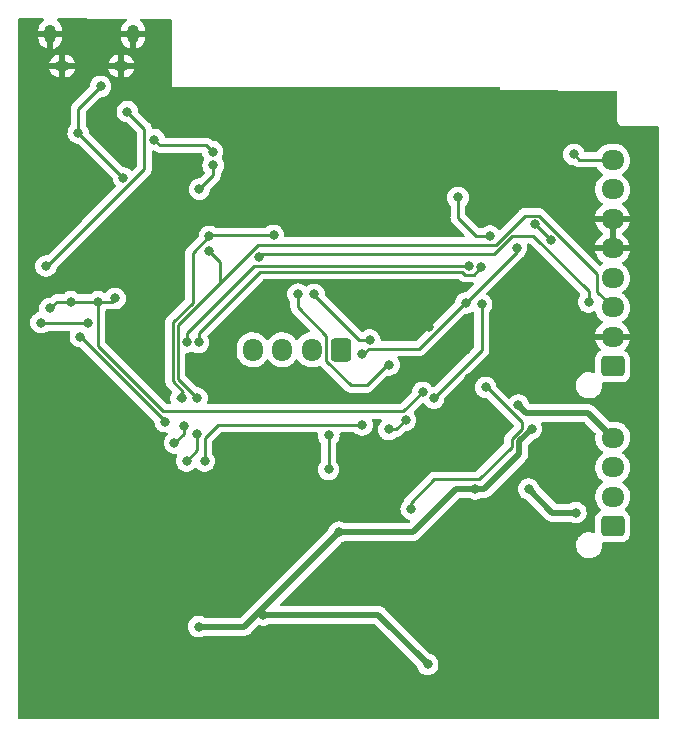
<source format=gbr>
%TF.GenerationSoftware,KiCad,Pcbnew,(6.0.7)*%
%TF.CreationDate,2023-01-17T20:42:06-06:00*%
%TF.ProjectId,SmartSpin2k,536d6172-7453-4706-996e-326b2e6b6963,2.35*%
%TF.SameCoordinates,Original*%
%TF.FileFunction,Copper,L2,Bot*%
%TF.FilePolarity,Positive*%
%FSLAX46Y46*%
G04 Gerber Fmt 4.6, Leading zero omitted, Abs format (unit mm)*
G04 Created by KiCad (PCBNEW (6.0.7)) date 2023-01-17 20:42:06*
%MOMM*%
%LPD*%
G01*
G04 APERTURE LIST*
G04 Aperture macros list*
%AMRoundRect*
0 Rectangle with rounded corners*
0 $1 Rounding radius*
0 $2 $3 $4 $5 $6 $7 $8 $9 X,Y pos of 4 corners*
0 Add a 4 corners polygon primitive as box body*
4,1,4,$2,$3,$4,$5,$6,$7,$8,$9,$2,$3,0*
0 Add four circle primitives for the rounded corners*
1,1,$1+$1,$2,$3*
1,1,$1+$1,$4,$5*
1,1,$1+$1,$6,$7*
1,1,$1+$1,$8,$9*
0 Add four rect primitives between the rounded corners*
20,1,$1+$1,$2,$3,$4,$5,0*
20,1,$1+$1,$4,$5,$6,$7,0*
20,1,$1+$1,$6,$7,$8,$9,0*
20,1,$1+$1,$8,$9,$2,$3,0*%
G04 Aperture macros list end*
%TA.AperFunction,ComponentPad*%
%ADD10O,1.250000X0.950000*%
%TD*%
%TA.AperFunction,ComponentPad*%
%ADD11O,1.000000X1.550000*%
%TD*%
%TA.AperFunction,ComponentPad*%
%ADD12RoundRect,0.250000X0.725000X-0.600000X0.725000X0.600000X-0.725000X0.600000X-0.725000X-0.600000X0*%
%TD*%
%TA.AperFunction,ComponentPad*%
%ADD13O,1.950000X1.700000*%
%TD*%
%TA.AperFunction,ComponentPad*%
%ADD14RoundRect,0.250000X0.600000X0.725000X-0.600000X0.725000X-0.600000X-0.725000X0.600000X-0.725000X0*%
%TD*%
%TA.AperFunction,ComponentPad*%
%ADD15O,1.700000X1.950000*%
%TD*%
%TA.AperFunction,ViaPad*%
%ADD16C,0.800000*%
%TD*%
%TA.AperFunction,Conductor*%
%ADD17C,0.500000*%
%TD*%
%TA.AperFunction,Conductor*%
%ADD18C,0.250000*%
%TD*%
G04 APERTURE END LIST*
D10*
%TO.P,J4,SH*%
%TO.N,GND*%
X10186600Y55790000D03*
X5186600Y55790000D03*
D11*
X11186600Y58490000D03*
X4186600Y58490000D03*
%TD*%
D12*
%TO.P,J1,1,1*%
%TO.N,/A1*%
X51798000Y16823000D03*
D13*
%TO.P,J1,2,2*%
%TO.N,/A2*%
X51798000Y19323000D03*
%TO.P,J1,3,3*%
%TO.N,/B1*%
X51798000Y21823000D03*
%TO.P,J1,4,4*%
%TO.N,/B2*%
X51798000Y24323000D03*
%TD*%
D12*
%TO.P,J3,1,1*%
%TO.N,/VDC*%
X51781000Y30352000D03*
D13*
%TO.P,J3,2,2*%
%TO.N,GND*%
X51781000Y32852000D03*
%TO.P,J3,3,3*%
%TO.N,/ShiftDown*%
X51781000Y35352000D03*
%TO.P,J3,4,4*%
%TO.N,/ShiftUp*%
X51781000Y37852000D03*
%TO.P,J3,5,5*%
%TO.N,GND*%
X51781000Y40352000D03*
%TO.P,J3,6,6*%
X51781000Y42852000D03*
%TO.P,J3,7,7*%
%TO.N,/RS232OUT1*%
X51781000Y45352000D03*
%TO.P,J3,8,8*%
%TO.N,/RS232IN1*%
X51781000Y47852000D03*
%TD*%
D14*
%TO.P,J2,1,1*%
%TO.N,Net-(J2-Pad1)*%
X28810000Y31765000D03*
D15*
%TO.P,J2,2,2*%
%TO.N,Net-(J2-Pad2)*%
X26310000Y31765000D03*
%TO.P,J2,3,3*%
%TO.N,Net-(J2-Pad3)*%
X23810000Y31765000D03*
%TO.P,J2,4,4*%
%TO.N,Net-(J2-Pad4)*%
X21310000Y31765000D03*
%TD*%
D16*
%TO.N,GND*%
X28642000Y44703000D03*
X5110000Y31004500D03*
X44415000Y48767000D03*
X26102000Y43433000D03*
X39038000Y26611000D03*
X36243200Y33721000D03*
X27397000Y43433000D03*
X16576600Y50367200D03*
X36342500Y15788100D03*
X40554200Y16458200D03*
X39614400Y29336000D03*
X26102000Y45973000D03*
X39038000Y24815000D03*
X49114000Y24433800D03*
X39038000Y23019000D03*
X22571000Y36575000D03*
X27372000Y45973000D03*
X18301300Y52284000D03*
X14613400Y12648100D03*
X3403400Y55041900D03*
X38140000Y25713000D03*
X11649100Y55032900D03*
X39936000Y25713000D03*
X37241000Y24815000D03*
X40834000Y24815000D03*
X38140000Y23917000D03*
X45522500Y36791500D03*
X22750000Y15024900D03*
X35931400Y30733000D03*
X8118400Y17093200D03*
X41748000Y45401402D03*
X3148600Y42748000D03*
X22190000Y20446000D03*
X28642000Y45973000D03*
X16856000Y16509000D03*
X16696200Y12823600D03*
X35283800Y52347300D03*
X14697000Y36575000D03*
X39360400Y31723600D03*
X42383000Y51561000D03*
X18601200Y12413600D03*
X44836200Y16328900D03*
X27372000Y44703000D03*
X39936000Y23917000D03*
X28642000Y43433000D03*
X26102000Y44703000D03*
X32807200Y22655800D03*
X14710000Y4529800D03*
X9312200Y27964400D03*
X20430000Y12851200D03*
X21670000Y5969700D03*
X33518400Y19125200D03*
X39377500Y3052900D03*
X15468900Y45847200D03*
X48733000Y41553400D03*
X15408200Y43981500D03*
X12334800Y11479800D03*
X15814600Y52145200D03*
X24399800Y15543800D03*
X26137000Y2606700D03*
%TO.N,/VDC*%
X40147800Y19988800D03*
X16732400Y8317400D03*
X28611800Y16331800D03*
X36127600Y5142400D03*
X44923000Y25068800D03*
X22229100Y9320800D03*
%TO.N,/3V3*%
X9664300Y36117800D03*
X4154600Y35262100D03*
X8214700Y35837600D03*
X35700300Y28167600D03*
X5922200Y35837600D03*
%TO.N,Net-(C14-Pad2)*%
X41047250Y28588950D03*
X34737600Y18275700D03*
%TO.N,/VBUS*%
X3394000Y34060400D03*
X10696800Y51925000D03*
X3812100Y38856500D03*
X7381800Y34009600D03*
%TO.N,/ShiftDown*%
X17618000Y40131000D03*
X16602000Y27685000D03*
X15713000Y22351000D03*
X16602000Y24637000D03*
%TO.N,/ShiftUp*%
X14692701Y23870701D03*
X15459000Y25272000D03*
X17643400Y41375600D03*
X23079000Y41447549D03*
X15332000Y27685000D03*
%TO.N,/A1*%
X48680000Y17970000D03*
X44680000Y19970000D03*
%TO.N,/B2*%
X43805400Y27075400D03*
%TO.N,/RS232IN1*%
X48504400Y48309800D03*
%TO.N,/D-*%
X6541300Y50126100D03*
X8434500Y54062100D03*
X10361600Y46305800D03*
%TO.N,/IO0_BOOT*%
X43653000Y40385000D03*
X39335000Y35723300D03*
X30597400Y31368000D03*
%TO.N,/DTR*%
X27752600Y24510000D03*
X27739900Y21627100D03*
%TO.N,/EN*%
X6721400Y32866600D03*
X17922800Y48538400D03*
X13909600Y25678400D03*
X12995200Y49554400D03*
%TO.N,/TMCUART1*%
X40699100Y35618900D03*
X36642200Y27663500D03*
%TO.N,/TXD0*%
X16729000Y32384000D03*
X40681600Y38792000D03*
%TO.N,/RXD0*%
X15713000Y32421500D03*
X39589000Y38861000D03*
%TO.N,/DriverDIR*%
X31224700Y32592800D03*
X26508000Y36448000D03*
%TO.N,/DriverSTEP*%
X25144446Y36481597D03*
X32858000Y30479000D03*
%TO.N,Net-(C21-Pad1)*%
X46562500Y41062602D03*
X45218700Y42405500D03*
%TO.N,/DriverEN*%
X21809000Y39623000D03*
X49749000Y35813000D03*
%TO.N,Net-(D1-Pad2)*%
X17237000Y22351000D03*
X30572000Y25399000D03*
%TO.N,Net-(R1-Pad2)*%
X16805200Y45363400D03*
X17973600Y47370000D03*
%TO.N,Net-(R17-Pad1)*%
X32832600Y25018000D03*
X34255000Y25808900D03*
%TO.N,/T1IN*%
X38696250Y44668750D03*
X41406100Y41401000D03*
%TD*%
D17*
%TO.N,GND*%
X39038000Y26611000D02*
X39038000Y28759600D01*
X39038000Y28759600D02*
X39614400Y29336000D01*
%TO.N,/VDC*%
X40147800Y19988800D02*
X38502900Y19988800D01*
X16732400Y8317400D02*
X20597400Y8317400D01*
X21912100Y9632100D02*
X28611800Y16331800D01*
X22229100Y9320800D02*
X22243100Y9306800D01*
X43881600Y24027400D02*
X43881600Y22960600D01*
X44923000Y25068800D02*
X43881600Y24027400D01*
X20597400Y8317400D02*
X21912100Y9632100D01*
X22243100Y9306800D02*
X31963200Y9306800D01*
X31963200Y9306800D02*
X36127600Y5142400D01*
X40909800Y19988800D02*
X40147800Y19988800D01*
X43881600Y22960600D02*
X40909800Y19988800D01*
X38502900Y19988800D02*
X34845900Y16331800D01*
X34845900Y16331800D02*
X28611800Y16331800D01*
X22229100Y9320800D02*
X22223400Y9320800D01*
X22223400Y9320800D02*
X21912100Y9632100D01*
D18*
%TO.N,/3V3*%
X4730100Y35837600D02*
X4154600Y35262100D01*
X8214700Y35837600D02*
X5922200Y35837600D01*
X8214700Y32070700D02*
X8214700Y35837600D01*
X9384100Y35837600D02*
X9664300Y36117800D01*
X34074700Y26542000D02*
X13743400Y26542000D01*
X13743400Y26542000D02*
X8214700Y32070700D01*
X8214700Y35837600D02*
X9384100Y35837600D01*
X5922200Y35837600D02*
X4730100Y35837600D01*
X35700300Y28167600D02*
X34074700Y26542000D01*
%TO.N,Net-(C14-Pad2)*%
X34737600Y18275700D02*
X34718800Y18294500D01*
X34718800Y18294500D02*
X34718800Y18821305D01*
X36699095Y20801600D02*
X40478000Y20801600D01*
X43230400Y23554000D02*
X43230400Y24189372D01*
X40478000Y20801600D02*
X43230400Y23554000D01*
X41123450Y28588950D02*
X41047250Y28588950D01*
X34718800Y18821305D02*
X36699095Y20801600D01*
X43230400Y24189372D02*
X44084800Y25043772D01*
X44084800Y25043772D02*
X44084800Y25627600D01*
X44084800Y25627600D02*
X41123450Y28588950D01*
%TO.N,/VBUS*%
X3812100Y38856500D02*
X3937800Y38856500D01*
X12136500Y50485300D02*
X10696800Y51925000D01*
X12136500Y47055200D02*
X12136500Y47180900D01*
X3937800Y38856500D02*
X12136500Y47055200D01*
X7381800Y34009600D02*
X3444800Y34009600D01*
X12136500Y47180900D02*
X12136500Y50485300D01*
X3444800Y34009600D02*
X3394000Y34060400D01*
%TO.N,/ShiftDown*%
X14988000Y33894200D02*
X18532400Y37438600D01*
X50481000Y36652000D02*
X51781000Y35352000D01*
X41873604Y40639000D02*
X44365204Y43130600D01*
X44365204Y43130600D02*
X45519100Y43130600D01*
X18532400Y37438600D02*
X21732800Y40639000D01*
X14988000Y29299000D02*
X14988000Y33894200D01*
X50481000Y38168700D02*
X50481000Y36652000D01*
X21732800Y40639000D02*
X41873604Y40639000D01*
X18532400Y37438600D02*
X18532400Y39216600D01*
X18532400Y39216600D02*
X17618000Y40131000D01*
X16602000Y23240000D02*
X15713000Y22351000D01*
X16602000Y24637000D02*
X16602000Y23240000D01*
X45519100Y43130600D02*
X50481000Y38168700D01*
X16602000Y27685000D02*
X14988000Y29299000D01*
%TO.N,/ShiftUp*%
X14538000Y34080596D02*
X16221000Y35763596D01*
X23074749Y41451800D02*
X17719600Y41451800D01*
X17719600Y41451800D02*
X17643400Y41375600D01*
X16221000Y35763596D02*
X16221000Y39953200D01*
X15459000Y24637000D02*
X15459000Y25272000D01*
X14692701Y23870701D02*
X15459000Y24637000D01*
X16221000Y39953200D02*
X17643400Y41375600D01*
X15453650Y28196955D02*
X14538000Y29112604D01*
X23079000Y41447549D02*
X23074749Y41451800D01*
X14538000Y29112604D02*
X14538000Y34080596D01*
X15332000Y27685000D02*
X14941695Y27685000D01*
X14941695Y27685000D02*
X15453650Y28196955D01*
D17*
%TO.N,/A1*%
X44680000Y19970000D02*
X46680000Y17970000D01*
X46680000Y17970000D02*
X48680000Y17970000D01*
%TO.N,/B2*%
X43805400Y27075400D02*
X44491200Y26389600D01*
X44491200Y26389600D02*
X49731400Y26389600D01*
X49731400Y26389600D02*
X51798000Y24323000D01*
D18*
%TO.N,/RS232IN1*%
X48962200Y47852000D02*
X51781000Y47852000D01*
X48504400Y48309800D02*
X48962200Y47852000D01*
%TO.N,/D-*%
X6541300Y52168900D02*
X6541300Y50126100D01*
X10361600Y46305800D02*
X6541300Y50126100D01*
X8434500Y54062100D02*
X6541300Y52168900D01*
%TO.N,/IO0_BOOT*%
X43653000Y40385000D02*
X43653000Y40041300D01*
X43653000Y40041300D02*
X39335000Y35723300D01*
X31163700Y31867700D02*
X30664000Y31368000D01*
X35415400Y31867700D02*
X31163700Y31867700D01*
X30664000Y31368000D02*
X30597400Y31368000D01*
X39271000Y35723300D02*
X35415400Y31867700D01*
X39335000Y35723300D02*
X39271000Y35723300D01*
%TO.N,/DTR*%
X27739900Y24497300D02*
X27752600Y24510000D01*
X27739900Y21627100D02*
X27739900Y24497300D01*
%TO.N,/EN*%
X6721400Y32866600D02*
X6746800Y32866600D01*
X13909600Y25703800D02*
X13909600Y25678400D01*
X13452400Y49097200D02*
X17364000Y49097200D01*
X6746800Y32866600D02*
X13909600Y25703800D01*
X17364000Y49097200D02*
X17922800Y48538400D01*
X12995200Y49554400D02*
X13452400Y49097200D01*
%TO.N,/TMCUART1*%
X40699100Y35618900D02*
X40699100Y31720400D01*
X40699100Y31720400D02*
X36642200Y27663500D01*
%TO.N,/TXD0*%
X40025600Y38136000D02*
X40681600Y38792000D01*
X16729000Y33146000D02*
X21936000Y38353000D01*
X16729000Y32384000D02*
X16729000Y33146000D01*
X21936000Y38353000D02*
X39071695Y38353000D01*
X39071695Y38353000D02*
X39288695Y38136000D01*
X39288695Y38136000D02*
X40025600Y38136000D01*
%TO.N,/RXD0*%
X15713000Y33146000D02*
X15713000Y32421500D01*
X21428000Y38861000D02*
X15713000Y33146000D01*
X39589000Y38861000D02*
X21428000Y38861000D01*
%TO.N,/DriverDIR*%
X26508000Y36418400D02*
X30333600Y32592800D01*
X30333600Y32592800D02*
X31224700Y32592800D01*
X26508000Y36448000D02*
X26508000Y36418400D01*
%TO.N,/DriverSTEP*%
X30953000Y28751800D02*
X29632200Y28751800D01*
X27549400Y32968000D02*
X25144446Y35372954D01*
X32680200Y30479000D02*
X30953000Y28751800D01*
X29632200Y28751800D02*
X27549400Y30834600D01*
X25144446Y35372954D02*
X25144446Y36481597D01*
X32858000Y30479000D02*
X32680200Y30479000D01*
X27549400Y30834600D02*
X27549400Y32968000D01*
%TO.N,Net-(C21-Pad1)*%
X46562500Y41062602D02*
X46561598Y41062602D01*
X46561598Y41062602D02*
X45218700Y42405500D01*
%TO.N,/DriverEN*%
X45050000Y41401000D02*
X43272000Y41401000D01*
X22063000Y39877000D02*
X21809000Y39623000D01*
X49749000Y36702000D02*
X45050000Y41401000D01*
X41748000Y39877000D02*
X22063000Y39877000D01*
X49749000Y35813000D02*
X49749000Y36702000D01*
X43272000Y41401000D02*
X41748000Y39877000D01*
%TO.N,Net-(D1-Pad2)*%
X17237000Y24256000D02*
X18380000Y25399000D01*
X17237000Y22351000D02*
X17237000Y24256000D01*
X18380000Y25399000D02*
X30572000Y25399000D01*
%TO.N,Net-(R1-Pad2)*%
X17973600Y46531800D02*
X16805200Y45363400D01*
X17973600Y47370000D02*
X17973600Y46531800D01*
%TO.N,Net-(R17-Pad1)*%
X33464100Y25018000D02*
X32832600Y25018000D01*
X34255000Y25808900D02*
X33464100Y25018000D01*
%TO.N,/T1IN*%
X41406100Y41401000D02*
X40224000Y41401000D01*
X40224000Y41401000D02*
X38696250Y42928750D01*
X38696250Y42928750D02*
X38696250Y44668750D01*
%TD*%
%TA.AperFunction,Conductor*%
%TO.N,GND*%
G36*
X3525679Y59814677D02*
G01*
X3593787Y59794631D01*
X3640245Y59740946D01*
X3650304Y59670665D01*
X3620770Y59606104D01*
X3604550Y59590480D01*
X3482727Y59492532D01*
X3473968Y59483954D01*
X3354822Y59341961D01*
X3347892Y59331841D01*
X3258598Y59169415D01*
X3253766Y59158142D01*
X3197720Y58981462D01*
X3195170Y58969468D01*
X3178993Y58825239D01*
X3178600Y58818215D01*
X3178600Y58762115D01*
X3183075Y58746876D01*
X3184465Y58745671D01*
X3192148Y58744000D01*
X5176485Y58744000D01*
X5191724Y58748475D01*
X5192929Y58749865D01*
X5194600Y58757548D01*
X5194600Y58811657D01*
X5194299Y58817805D01*
X5180788Y58955603D01*
X5178405Y58967638D01*
X5124833Y59145076D01*
X5120159Y59156416D01*
X5033140Y59320077D01*
X5026351Y59330294D01*
X4909203Y59473933D01*
X4900559Y59482637D01*
X4769879Y59590744D01*
X4730141Y59649578D01*
X4728518Y59720556D01*
X4765527Y59781143D01*
X4829417Y59812104D01*
X4850275Y59813829D01*
X9727605Y59810706D01*
X10520109Y59810199D01*
X10588217Y59790153D01*
X10634675Y59736468D01*
X10644734Y59666187D01*
X10615200Y59601626D01*
X10598980Y59586002D01*
X10482727Y59492532D01*
X10473968Y59483954D01*
X10354822Y59341961D01*
X10347892Y59331841D01*
X10258598Y59169415D01*
X10253766Y59158142D01*
X10197720Y58981462D01*
X10195170Y58969468D01*
X10178993Y58825239D01*
X10178600Y58818215D01*
X10178600Y58762115D01*
X10183075Y58746876D01*
X10184465Y58745671D01*
X10192148Y58744000D01*
X12176485Y58744000D01*
X12191724Y58748475D01*
X12192929Y58749865D01*
X12194600Y58757548D01*
X12194600Y58811657D01*
X12194299Y58817805D01*
X12180788Y58955603D01*
X12178405Y58967638D01*
X12124833Y59145076D01*
X12120159Y59156416D01*
X12033140Y59320077D01*
X12026351Y59330294D01*
X11909203Y59473933D01*
X11900559Y59482637D01*
X11775301Y59586259D01*
X11735562Y59645093D01*
X11733940Y59716071D01*
X11770950Y59776658D01*
X11834840Y59807619D01*
X11855695Y59809344D01*
X14322082Y59807765D01*
X14390189Y59787719D01*
X14436647Y59734034D01*
X14448000Y59681765D01*
X14448000Y53999000D01*
X42156588Y53999000D01*
X42224709Y53978998D01*
X42271202Y53925342D01*
X42282587Y53872510D01*
X42282102Y53747768D01*
X52054111Y53712860D01*
X52122159Y53692615D01*
X52168460Y53638794D01*
X52179659Y53587240D01*
X52186880Y51186065D01*
X52186879Y51184912D01*
X52186421Y51110476D01*
X52194815Y51081103D01*
X52198333Y51064742D01*
X52202756Y51034506D01*
X52206496Y51026347D01*
X52206497Y51026342D01*
X52213050Y51012043D01*
X52219657Y50994167D01*
X52223973Y50979063D01*
X52223975Y50979058D01*
X52226442Y50970425D01*
X52242743Y50944586D01*
X52250712Y50929870D01*
X52263442Y50902093D01*
X52269323Y50895309D01*
X52269325Y50895306D01*
X52279622Y50883428D01*
X52290982Y50868124D01*
X52304161Y50847234D01*
X52319723Y50833489D01*
X52327053Y50827015D01*
X52338844Y50815114D01*
X52352526Y50799332D01*
X52358853Y50792034D01*
X52366403Y50787173D01*
X52366406Y50787170D01*
X52379623Y50778660D01*
X52394823Y50767157D01*
X52413332Y50750809D01*
X52421455Y50746995D01*
X52440976Y50737829D01*
X52455631Y50729717D01*
X52481318Y50713177D01*
X52489924Y50710631D01*
X52489927Y50710630D01*
X52505017Y50706166D01*
X52522820Y50699399D01*
X52545178Y50688901D01*
X52575358Y50684200D01*
X52591690Y50680531D01*
X52620994Y50671863D01*
X52629977Y50671835D01*
X52629978Y50671835D01*
X52655102Y50671757D01*
X52655304Y50671749D01*
X52655764Y50671677D01*
X52680110Y50671676D01*
X52681230Y50671676D01*
X52681616Y50671675D01*
X52682583Y50671672D01*
X52766651Y50671411D01*
X52767374Y50671620D01*
X52768123Y50671672D01*
X55624008Y50671547D01*
X55692125Y50651542D01*
X55738616Y50597884D01*
X55750000Y50545547D01*
X55750000Y634500D01*
X55729998Y566379D01*
X55676342Y519886D01*
X55624000Y508500D01*
X1536000Y508500D01*
X1467879Y528502D01*
X1421386Y582158D01*
X1410000Y634500D01*
X1410000Y8317400D01*
X15818896Y8317400D01*
X15838858Y8127472D01*
X15897873Y7945844D01*
X15993360Y7780456D01*
X15997778Y7775549D01*
X15997779Y7775548D01*
X16088686Y7674586D01*
X16121147Y7638534D01*
X16173425Y7600552D01*
X16270304Y7530165D01*
X16275648Y7526282D01*
X16281676Y7523598D01*
X16281678Y7523597D01*
X16444081Y7451291D01*
X16450112Y7448606D01*
X16543513Y7428753D01*
X16630456Y7410272D01*
X16630461Y7410272D01*
X16636913Y7408900D01*
X16827887Y7408900D01*
X16834339Y7410272D01*
X16834344Y7410272D01*
X16921287Y7428753D01*
X17014688Y7448606D01*
X17020719Y7451291D01*
X17183122Y7523597D01*
X17183124Y7523598D01*
X17189152Y7526282D01*
X17194491Y7530161D01*
X17194498Y7530165D01*
X17200928Y7534837D01*
X17274987Y7558900D01*
X20530330Y7558900D01*
X20549280Y7557467D01*
X20563515Y7555301D01*
X20563519Y7555301D01*
X20570749Y7554201D01*
X20578041Y7554794D01*
X20578044Y7554794D01*
X20623418Y7558485D01*
X20633633Y7558900D01*
X20641693Y7558900D01*
X20654983Y7560449D01*
X20669907Y7562189D01*
X20674282Y7562622D01*
X20739739Y7567946D01*
X20739742Y7567947D01*
X20747037Y7568540D01*
X20754001Y7570796D01*
X20759960Y7571987D01*
X20765815Y7573371D01*
X20773081Y7574218D01*
X20841727Y7599135D01*
X20845855Y7600552D01*
X20908336Y7620793D01*
X20908338Y7620794D01*
X20915299Y7623049D01*
X20921554Y7626845D01*
X20927028Y7629351D01*
X20932458Y7632070D01*
X20939337Y7634567D01*
X21000376Y7674586D01*
X21004080Y7676923D01*
X21066507Y7714805D01*
X21074884Y7722203D01*
X21074908Y7722176D01*
X21077900Y7724829D01*
X21081133Y7727532D01*
X21087252Y7731544D01*
X21140528Y7787783D01*
X21142906Y7790225D01*
X21787237Y8434556D01*
X21849549Y8468582D01*
X21920364Y8463517D01*
X21927580Y8460568D01*
X21940777Y8454692D01*
X21940785Y8454689D01*
X21946812Y8452006D01*
X22040212Y8432153D01*
X22127156Y8413672D01*
X22127161Y8413672D01*
X22133613Y8412300D01*
X22324587Y8412300D01*
X22331039Y8413672D01*
X22331044Y8413672D01*
X22417988Y8432153D01*
X22511388Y8452006D01*
X22530619Y8460568D01*
X22679820Y8526996D01*
X22679823Y8526998D01*
X22685852Y8529682D01*
X22688686Y8531741D01*
X22750480Y8548300D01*
X31596829Y8548300D01*
X31664950Y8528298D01*
X31685924Y8511395D01*
X35207475Y4989844D01*
X35238213Y4939686D01*
X35293073Y4770844D01*
X35388560Y4605456D01*
X35516347Y4463534D01*
X35670848Y4351282D01*
X35676876Y4348598D01*
X35676878Y4348597D01*
X35839281Y4276291D01*
X35845312Y4273606D01*
X35938712Y4253753D01*
X36025656Y4235272D01*
X36025661Y4235272D01*
X36032113Y4233900D01*
X36223087Y4233900D01*
X36229539Y4235272D01*
X36229544Y4235272D01*
X36316488Y4253753D01*
X36409888Y4273606D01*
X36415919Y4276291D01*
X36578322Y4348597D01*
X36578324Y4348598D01*
X36584352Y4351282D01*
X36738853Y4463534D01*
X36866640Y4605456D01*
X36962127Y4770844D01*
X37021142Y4952472D01*
X37041104Y5142400D01*
X37021142Y5332328D01*
X36962127Y5513956D01*
X36866640Y5679344D01*
X36738853Y5821266D01*
X36584352Y5933518D01*
X36578324Y5936202D01*
X36578322Y5936203D01*
X36415919Y6008509D01*
X36415918Y6008509D01*
X36409888Y6011194D01*
X36403433Y6012566D01*
X36403424Y6012569D01*
X36346828Y6024599D01*
X36283931Y6058750D01*
X32546970Y9795711D01*
X32534584Y9810123D01*
X32526051Y9821718D01*
X32526046Y9821723D01*
X32521708Y9827618D01*
X32516130Y9832357D01*
X32516127Y9832360D01*
X32481432Y9861835D01*
X32473916Y9868765D01*
X32468221Y9874460D01*
X32462080Y9879318D01*
X32445949Y9892081D01*
X32442545Y9894872D01*
X32392497Y9937391D01*
X32392495Y9937392D01*
X32386915Y9942133D01*
X32380399Y9945461D01*
X32375350Y9948828D01*
X32370221Y9951995D01*
X32364484Y9956534D01*
X32298325Y9987455D01*
X32294425Y9989361D01*
X32229392Y10022569D01*
X32222284Y10024308D01*
X32216641Y10026407D01*
X32210878Y10028324D01*
X32204250Y10031422D01*
X32132783Y10046287D01*
X32128499Y10047257D01*
X32057590Y10064608D01*
X32051988Y10064956D01*
X32051985Y10064956D01*
X32046436Y10065300D01*
X32046438Y10065336D01*
X32042445Y10065575D01*
X32038253Y10065949D01*
X32031085Y10067440D01*
X31964875Y10065649D01*
X31953679Y10065346D01*
X31950272Y10065300D01*
X23722171Y10065300D01*
X23654050Y10085302D01*
X23607557Y10138958D01*
X23597453Y10209232D01*
X23626947Y10273812D01*
X23633076Y10280395D01*
X28768131Y15415450D01*
X28831028Y15449601D01*
X28887624Y15461631D01*
X28887633Y15461634D01*
X28894088Y15463006D01*
X28922092Y15475474D01*
X29062522Y15537997D01*
X29062524Y15537998D01*
X29068552Y15540682D01*
X29073891Y15544561D01*
X29073898Y15544565D01*
X29080328Y15549237D01*
X29154387Y15573300D01*
X34778830Y15573300D01*
X34797780Y15571867D01*
X34812015Y15569701D01*
X34812019Y15569701D01*
X34819249Y15568601D01*
X34826541Y15569194D01*
X34826544Y15569194D01*
X34871918Y15572885D01*
X34882133Y15573300D01*
X34890193Y15573300D01*
X34903483Y15574849D01*
X34918407Y15576589D01*
X34922782Y15577022D01*
X34988239Y15582346D01*
X34988242Y15582347D01*
X34995537Y15582940D01*
X35002501Y15585196D01*
X35008460Y15586387D01*
X35014315Y15587771D01*
X35021581Y15588618D01*
X35090227Y15613535D01*
X35094355Y15614952D01*
X35156836Y15635193D01*
X35156838Y15635194D01*
X35163799Y15637449D01*
X35170054Y15641245D01*
X35175528Y15643751D01*
X35180958Y15646470D01*
X35187837Y15648967D01*
X35248876Y15688986D01*
X35252580Y15691323D01*
X35315007Y15729205D01*
X35323384Y15736603D01*
X35323408Y15736576D01*
X35326400Y15739229D01*
X35329633Y15741932D01*
X35335752Y15745944D01*
X35389028Y15802183D01*
X35391406Y15804625D01*
X38780176Y19193395D01*
X38842488Y19227421D01*
X38869271Y19230300D01*
X39605213Y19230300D01*
X39679272Y19206237D01*
X39685702Y19201565D01*
X39685709Y19201561D01*
X39691048Y19197682D01*
X39697076Y19194998D01*
X39697078Y19194997D01*
X39859481Y19122691D01*
X39865512Y19120006D01*
X39941327Y19103891D01*
X40045856Y19081672D01*
X40045861Y19081672D01*
X40052313Y19080300D01*
X40243287Y19080300D01*
X40249739Y19081672D01*
X40249744Y19081672D01*
X40354273Y19103891D01*
X40430088Y19120006D01*
X40436119Y19122691D01*
X40598522Y19194997D01*
X40598524Y19194998D01*
X40604552Y19197682D01*
X40609891Y19201561D01*
X40609898Y19201565D01*
X40616328Y19206237D01*
X40690387Y19230300D01*
X40842730Y19230300D01*
X40861680Y19228867D01*
X40875915Y19226701D01*
X40875919Y19226701D01*
X40883149Y19225601D01*
X40890441Y19226194D01*
X40890444Y19226194D01*
X40935818Y19229885D01*
X40946033Y19230300D01*
X40954093Y19230300D01*
X40967383Y19231849D01*
X40982307Y19233589D01*
X40986682Y19234022D01*
X41052139Y19239346D01*
X41052142Y19239347D01*
X41059437Y19239940D01*
X41066401Y19242196D01*
X41072360Y19243387D01*
X41078215Y19244771D01*
X41085481Y19245618D01*
X41154127Y19270535D01*
X41158255Y19271952D01*
X41220736Y19292193D01*
X41220738Y19292194D01*
X41227699Y19294449D01*
X41233954Y19298245D01*
X41239428Y19300751D01*
X41244858Y19303470D01*
X41251737Y19305967D01*
X41271176Y19318712D01*
X41312776Y19345986D01*
X41316480Y19348323D01*
X41378907Y19386205D01*
X41386048Y19392511D01*
X41387284Y19393603D01*
X41387308Y19393576D01*
X41390300Y19396229D01*
X41393533Y19398932D01*
X41399652Y19402944D01*
X41452928Y19459183D01*
X41455306Y19461625D01*
X41963681Y19970000D01*
X43766496Y19970000D01*
X43767186Y19963435D01*
X43770303Y19933783D01*
X43786458Y19780072D01*
X43845473Y19598444D01*
X43940960Y19433056D01*
X43945378Y19428149D01*
X43945379Y19428148D01*
X44017245Y19348333D01*
X44068747Y19291134D01*
X44153049Y19229885D01*
X44203273Y19193395D01*
X44223248Y19178882D01*
X44229276Y19176198D01*
X44229278Y19176197D01*
X44391681Y19103891D01*
X44397712Y19101206D01*
X44404167Y19099834D01*
X44404176Y19099831D01*
X44460772Y19087801D01*
X44523669Y19053650D01*
X46096230Y17481089D01*
X46108616Y17466677D01*
X46117149Y17455082D01*
X46117154Y17455077D01*
X46121492Y17449182D01*
X46127070Y17444443D01*
X46127073Y17444440D01*
X46161768Y17414965D01*
X46169284Y17408035D01*
X46174979Y17402340D01*
X46177861Y17400060D01*
X46197251Y17384719D01*
X46200655Y17381928D01*
X46250703Y17339409D01*
X46256285Y17334667D01*
X46262801Y17331339D01*
X46267850Y17327972D01*
X46272979Y17324805D01*
X46278716Y17320266D01*
X46344875Y17289345D01*
X46348769Y17287442D01*
X46413808Y17254231D01*
X46420916Y17252492D01*
X46426559Y17250393D01*
X46432322Y17248476D01*
X46438950Y17245378D01*
X46446112Y17243888D01*
X46446113Y17243888D01*
X46510412Y17230514D01*
X46514696Y17229544D01*
X46585610Y17212192D01*
X46591212Y17211844D01*
X46591215Y17211844D01*
X46596764Y17211500D01*
X46596762Y17211464D01*
X46600755Y17211225D01*
X46604947Y17210851D01*
X46612115Y17209360D01*
X46689520Y17211454D01*
X46692928Y17211500D01*
X48137413Y17211500D01*
X48211472Y17187437D01*
X48217902Y17182765D01*
X48217909Y17182761D01*
X48223248Y17178882D01*
X48229276Y17176198D01*
X48229278Y17176197D01*
X48391681Y17103891D01*
X48397712Y17101206D01*
X48491112Y17081353D01*
X48578056Y17062872D01*
X48578061Y17062872D01*
X48584513Y17061500D01*
X48775487Y17061500D01*
X48781939Y17062872D01*
X48781944Y17062872D01*
X48868888Y17081353D01*
X48962288Y17101206D01*
X48968319Y17103891D01*
X49130722Y17176197D01*
X49130724Y17176198D01*
X49136752Y17178882D01*
X49142097Y17182765D01*
X49206481Y17229543D01*
X49291253Y17291134D01*
X49394259Y17405534D01*
X49414621Y17428148D01*
X49414622Y17428149D01*
X49419040Y17433056D01*
X49499437Y17572308D01*
X49511223Y17592721D01*
X49511224Y17592722D01*
X49514527Y17598444D01*
X49573542Y17780072D01*
X49585214Y17891120D01*
X49592814Y17963435D01*
X49593504Y17970000D01*
X49588007Y18022305D01*
X49574232Y18153365D01*
X49574232Y18153367D01*
X49573542Y18159928D01*
X49514527Y18341556D01*
X49419040Y18506944D01*
X49411199Y18515653D01*
X49295675Y18643955D01*
X49295674Y18643956D01*
X49291253Y18648866D01*
X49178748Y18730606D01*
X49142094Y18757237D01*
X49142093Y18757238D01*
X49136752Y18761118D01*
X49130724Y18763802D01*
X49130722Y18763803D01*
X48968319Y18836109D01*
X48968318Y18836109D01*
X48962288Y18838794D01*
X48868887Y18858647D01*
X48781944Y18877128D01*
X48781939Y18877128D01*
X48775487Y18878500D01*
X48584513Y18878500D01*
X48578061Y18877128D01*
X48578056Y18877128D01*
X48491113Y18858647D01*
X48397712Y18838794D01*
X48391682Y18836109D01*
X48391681Y18836109D01*
X48229278Y18763803D01*
X48229276Y18763802D01*
X48223248Y18761118D01*
X48217909Y18757239D01*
X48217902Y18757235D01*
X48211472Y18752563D01*
X48137413Y18728500D01*
X47046371Y18728500D01*
X46978250Y18748502D01*
X46957276Y18765405D01*
X45600125Y20122556D01*
X45569387Y20172715D01*
X45550741Y20230103D01*
X45514527Y20341556D01*
X45419040Y20506944D01*
X45370661Y20560675D01*
X45295675Y20643955D01*
X45295674Y20643956D01*
X45291253Y20648866D01*
X45136752Y20761118D01*
X45130724Y20763802D01*
X45130722Y20763803D01*
X44968319Y20836109D01*
X44968318Y20836109D01*
X44962288Y20838794D01*
X44868887Y20858647D01*
X44781944Y20877128D01*
X44781939Y20877128D01*
X44775487Y20878500D01*
X44584513Y20878500D01*
X44578061Y20877128D01*
X44578056Y20877128D01*
X44491113Y20858647D01*
X44397712Y20838794D01*
X44391682Y20836109D01*
X44391681Y20836109D01*
X44229278Y20763803D01*
X44229276Y20763802D01*
X44223248Y20761118D01*
X44068747Y20648866D01*
X44064326Y20643956D01*
X44064325Y20643955D01*
X43989340Y20560675D01*
X43940960Y20506944D01*
X43845473Y20341556D01*
X43786458Y20159928D01*
X43785768Y20153367D01*
X43785768Y20153365D01*
X43774006Y20041458D01*
X43766496Y19970000D01*
X41963681Y19970000D01*
X44370511Y22376830D01*
X44384923Y22389216D01*
X44396518Y22397749D01*
X44396523Y22397754D01*
X44402418Y22402092D01*
X44407157Y22407670D01*
X44407160Y22407673D01*
X44436635Y22442368D01*
X44443565Y22449884D01*
X44449260Y22455579D01*
X44466881Y22477851D01*
X44469672Y22481255D01*
X44512191Y22531303D01*
X44512192Y22531305D01*
X44516933Y22536885D01*
X44520261Y22543401D01*
X44523628Y22548450D01*
X44526795Y22553579D01*
X44531334Y22559316D01*
X44562255Y22625475D01*
X44564161Y22629375D01*
X44564657Y22630347D01*
X44597369Y22694408D01*
X44599108Y22701517D01*
X44601204Y22707151D01*
X44603123Y22712921D01*
X44606222Y22719550D01*
X44621091Y22791035D01*
X44622061Y22795318D01*
X44623316Y22800445D01*
X44639408Y22866210D01*
X44640100Y22877364D01*
X44640135Y22877362D01*
X44640375Y22881334D01*
X44640752Y22885555D01*
X44642241Y22892715D01*
X44640146Y22970142D01*
X44640100Y22973550D01*
X44640100Y23661029D01*
X44660102Y23729150D01*
X44677005Y23750124D01*
X45079331Y24152450D01*
X45142228Y24186601D01*
X45198824Y24198631D01*
X45198833Y24198634D01*
X45205288Y24200006D01*
X45244037Y24217258D01*
X45373722Y24274997D01*
X45373724Y24274998D01*
X45379752Y24277682D01*
X45534253Y24389934D01*
X45545518Y24402445D01*
X45657621Y24526948D01*
X45657622Y24526949D01*
X45662040Y24531856D01*
X45745026Y24675591D01*
X45754223Y24691521D01*
X45754224Y24691522D01*
X45757527Y24697244D01*
X45816542Y24878872D01*
X45836504Y25068800D01*
X45829552Y25134945D01*
X45817232Y25252165D01*
X45817232Y25252167D01*
X45816542Y25258728D01*
X45757527Y25440356D01*
X45754223Y25446079D01*
X45751539Y25452107D01*
X45753844Y25453133D01*
X45739781Y25511090D01*
X45762999Y25578183D01*
X45818804Y25622072D01*
X45865639Y25631100D01*
X49365029Y25631100D01*
X49433150Y25611098D01*
X49454124Y25594195D01*
X50309422Y24738897D01*
X50343448Y24676585D01*
X50343388Y24622745D01*
X50342976Y24620871D01*
X50341393Y24615773D01*
X50331432Y24540620D01*
X50312112Y24394845D01*
X50311102Y24387226D01*
X50311302Y24381897D01*
X50311302Y24381895D01*
X50312691Y24344904D01*
X50319751Y24156842D01*
X50320846Y24151623D01*
X50323611Y24138444D01*
X50367093Y23931209D01*
X50369051Y23926250D01*
X50369052Y23926248D01*
X50412432Y23816405D01*
X50451776Y23716779D01*
X50454543Y23712220D01*
X50454544Y23712217D01*
X50485606Y23661029D01*
X50571377Y23519683D01*
X50574874Y23515653D01*
X50684659Y23389137D01*
X50722477Y23345555D01*
X50753274Y23320303D01*
X50896627Y23202760D01*
X50896633Y23202756D01*
X50900755Y23199376D01*
X50932250Y23181448D01*
X50981555Y23130368D01*
X50995417Y23060738D01*
X50969434Y22994667D01*
X50940284Y22967427D01*
X50933226Y22962675D01*
X50818681Y22885559D01*
X50814824Y22881880D01*
X50814822Y22881878D01*
X50798398Y22866210D01*
X50651865Y22726424D01*
X50514246Y22541458D01*
X50511830Y22536707D01*
X50511828Y22536703D01*
X50472048Y22458461D01*
X50409760Y22335949D01*
X50408178Y22330855D01*
X50408177Y22330852D01*
X50357904Y22168947D01*
X50341393Y22115773D01*
X50340692Y22110484D01*
X50325038Y21992371D01*
X50311102Y21887226D01*
X50319751Y21656842D01*
X50367093Y21431209D01*
X50369051Y21426250D01*
X50369052Y21426248D01*
X50434326Y21260966D01*
X50451776Y21216779D01*
X50571377Y21019683D01*
X50574874Y21015653D01*
X50661438Y20915897D01*
X50722477Y20845555D01*
X50729419Y20839863D01*
X50896627Y20702760D01*
X50896633Y20702756D01*
X50900755Y20699376D01*
X50932250Y20681448D01*
X50981555Y20630368D01*
X50995417Y20560738D01*
X50969434Y20494667D01*
X50940284Y20467427D01*
X50818681Y20385559D01*
X50651865Y20226424D01*
X50514246Y20041458D01*
X50409760Y19835949D01*
X50408178Y19830855D01*
X50408177Y19830852D01*
X50346115Y19630980D01*
X50341393Y19615773D01*
X50340692Y19610484D01*
X50311944Y19393576D01*
X50311102Y19387226D01*
X50319751Y19156842D01*
X50320846Y19151623D01*
X50327480Y19120006D01*
X50367093Y18931209D01*
X50369051Y18926250D01*
X50369052Y18926248D01*
X50434266Y18761118D01*
X50451776Y18716779D01*
X50454543Y18712220D01*
X50454544Y18712217D01*
X50516998Y18609297D01*
X50571377Y18519683D01*
X50574874Y18515653D01*
X50698976Y18372638D01*
X50722477Y18345555D01*
X50758120Y18316330D01*
X50798114Y18257671D01*
X50800046Y18186701D01*
X50763302Y18125952D01*
X50744532Y18111752D01*
X50713155Y18092335D01*
X50598652Y18021478D01*
X50473695Y17896303D01*
X50380885Y17745738D01*
X50378581Y17738791D01*
X50334115Y17604729D01*
X50325203Y17577861D01*
X50314500Y17473400D01*
X50314500Y16396615D01*
X50294498Y16328494D01*
X50240842Y16282001D01*
X50170568Y16271897D01*
X50141405Y16279747D01*
X50114263Y16290686D01*
X49906663Y16331228D01*
X49901101Y16331500D01*
X49745154Y16331500D01*
X49587434Y16316452D01*
X49384466Y16256908D01*
X49379139Y16254164D01*
X49379138Y16254164D01*
X49201751Y16162804D01*
X49201748Y16162802D01*
X49196420Y16160058D01*
X49030080Y16029396D01*
X49026148Y16024865D01*
X49026145Y16024862D01*
X48924051Y15907209D01*
X48891448Y15869637D01*
X48888448Y15864451D01*
X48888445Y15864447D01*
X48822963Y15751256D01*
X48785527Y15686546D01*
X48716139Y15486729D01*
X48715278Y15480794D01*
X48715278Y15480792D01*
X48703803Y15401647D01*
X48685787Y15277396D01*
X48695567Y15066101D01*
X48745125Y14860466D01*
X48747607Y14855008D01*
X48747608Y14855004D01*
X48791053Y14759454D01*
X48832674Y14667913D01*
X48955054Y14495389D01*
X49107850Y14349119D01*
X49285548Y14234380D01*
X49291114Y14232137D01*
X49476168Y14157558D01*
X49476171Y14157557D01*
X49481737Y14155314D01*
X49689337Y14114772D01*
X49694899Y14114500D01*
X49850846Y14114500D01*
X50008566Y14129548D01*
X50211534Y14189092D01*
X50295111Y14232137D01*
X50394249Y14283196D01*
X50394252Y14283198D01*
X50399580Y14285942D01*
X50565920Y14416604D01*
X50569852Y14421135D01*
X50569855Y14421138D01*
X50700621Y14571833D01*
X50704552Y14576363D01*
X50707552Y14581549D01*
X50707555Y14581553D01*
X50807467Y14754258D01*
X50810473Y14759454D01*
X50879861Y14959271D01*
X50910213Y15168604D01*
X50902619Y15332674D01*
X50919450Y15401647D01*
X50970898Y15450571D01*
X51028484Y15464500D01*
X52573400Y15464500D01*
X52576646Y15464837D01*
X52576650Y15464837D01*
X52672308Y15474762D01*
X52672312Y15474763D01*
X52679166Y15475474D01*
X52685702Y15477655D01*
X52685704Y15477655D01*
X52839998Y15529132D01*
X52846946Y15531450D01*
X52997348Y15624522D01*
X53010253Y15637449D01*
X53117134Y15744517D01*
X53122305Y15749697D01*
X53193038Y15864447D01*
X53211275Y15894032D01*
X53211276Y15894034D01*
X53215115Y15900262D01*
X53270797Y16068139D01*
X53281500Y16172600D01*
X53281500Y17473400D01*
X53280702Y17481089D01*
X53271238Y17572308D01*
X53271237Y17572312D01*
X53270526Y17579166D01*
X53264632Y17596834D01*
X53216868Y17739998D01*
X53214550Y17746946D01*
X53121478Y17897348D01*
X52996303Y18022305D01*
X52850660Y18112081D01*
X52803168Y18164852D01*
X52791744Y18234924D01*
X52820018Y18300048D01*
X52829805Y18310510D01*
X52940278Y18415897D01*
X52944135Y18419576D01*
X53081754Y18604542D01*
X53100276Y18640971D01*
X53154947Y18748502D01*
X53186240Y18810051D01*
X53194332Y18836109D01*
X53253024Y19025129D01*
X53254607Y19030227D01*
X53258991Y19063306D01*
X53284198Y19253489D01*
X53284198Y19253494D01*
X53284898Y19258774D01*
X53276249Y19489158D01*
X53228907Y19714791D01*
X53226948Y19719752D01*
X53146185Y19924256D01*
X53146184Y19924258D01*
X53144224Y19929221D01*
X53129792Y19953005D01*
X53027390Y20121757D01*
X53024623Y20126317D01*
X53005919Y20147872D01*
X52877023Y20296412D01*
X52877021Y20296414D01*
X52873523Y20300445D01*
X52816405Y20347279D01*
X52699373Y20443240D01*
X52699367Y20443244D01*
X52695245Y20446624D01*
X52663750Y20464552D01*
X52614445Y20515632D01*
X52600583Y20585262D01*
X52626566Y20651333D01*
X52655716Y20678573D01*
X52717208Y20719972D01*
X52777319Y20760441D01*
X52944135Y20919576D01*
X53081754Y21104542D01*
X53186240Y21310051D01*
X53202108Y21361152D01*
X53253024Y21525129D01*
X53254607Y21530227D01*
X53267446Y21627100D01*
X53284198Y21753489D01*
X53284198Y21753494D01*
X53284898Y21758774D01*
X53282958Y21810465D01*
X53279877Y21892511D01*
X53276249Y21989158D01*
X53228907Y22214791D01*
X53216853Y22245313D01*
X53146185Y22424256D01*
X53146184Y22424258D01*
X53144224Y22429221D01*
X53131686Y22449884D01*
X53027390Y22621757D01*
X53024623Y22626317D01*
X52941467Y22722146D01*
X52877023Y22796412D01*
X52877021Y22796414D01*
X52873523Y22800445D01*
X52831970Y22834516D01*
X52699373Y22943240D01*
X52699367Y22943244D01*
X52695245Y22946624D01*
X52663750Y22964552D01*
X52614445Y23015632D01*
X52600583Y23085262D01*
X52626566Y23151333D01*
X52655716Y23178573D01*
X52691642Y23202760D01*
X52777319Y23260441D01*
X52789227Y23271800D01*
X52940278Y23415897D01*
X52944135Y23419576D01*
X53081754Y23604542D01*
X53110474Y23661029D01*
X53145108Y23729150D01*
X53186240Y23810051D01*
X53204839Y23869947D01*
X53253024Y24025129D01*
X53254607Y24030227D01*
X53259067Y24063875D01*
X53284198Y24253489D01*
X53284198Y24253494D01*
X53284898Y24258774D01*
X53284043Y24281563D01*
X53276449Y24483827D01*
X53276249Y24489158D01*
X53228907Y24714791D01*
X53226797Y24720134D01*
X53146185Y24924256D01*
X53146184Y24924258D01*
X53144224Y24929221D01*
X53138452Y24938734D01*
X53027390Y25121757D01*
X53024623Y25126317D01*
X52909723Y25258728D01*
X52877023Y25296412D01*
X52877021Y25296414D01*
X52873523Y25300445D01*
X52794554Y25365196D01*
X52699373Y25443240D01*
X52699367Y25443244D01*
X52695245Y25446624D01*
X52690609Y25449263D01*
X52690606Y25449265D01*
X52499529Y25558032D01*
X52494886Y25560675D01*
X52278175Y25639337D01*
X52272926Y25640286D01*
X52272923Y25640287D01*
X52055392Y25679623D01*
X52055385Y25679624D01*
X52051308Y25680361D01*
X52033586Y25681197D01*
X52028644Y25681430D01*
X52028637Y25681430D01*
X52027156Y25681500D01*
X51615110Y25681500D01*
X51600060Y25680223D01*
X51578575Y25678400D01*
X51509007Y25692571D01*
X51478827Y25714854D01*
X50315170Y26878511D01*
X50302784Y26892923D01*
X50294251Y26904518D01*
X50294246Y26904523D01*
X50289908Y26910418D01*
X50284330Y26915157D01*
X50284327Y26915160D01*
X50249632Y26944635D01*
X50242116Y26951565D01*
X50236421Y26957260D01*
X50230280Y26962118D01*
X50214149Y26974881D01*
X50210745Y26977672D01*
X50160697Y27020191D01*
X50160695Y27020192D01*
X50155115Y27024933D01*
X50148599Y27028261D01*
X50143550Y27031628D01*
X50138421Y27034795D01*
X50132684Y27039334D01*
X50066525Y27070255D01*
X50062625Y27072161D01*
X49997592Y27105369D01*
X49990484Y27107108D01*
X49984841Y27109207D01*
X49979078Y27111124D01*
X49972450Y27114222D01*
X49900983Y27129087D01*
X49896699Y27130057D01*
X49887639Y27132274D01*
X49825790Y27147408D01*
X49820188Y27147756D01*
X49820185Y27147756D01*
X49814636Y27148100D01*
X49814638Y27148136D01*
X49810645Y27148375D01*
X49806453Y27148749D01*
X49799285Y27150240D01*
X49733075Y27148449D01*
X49721879Y27148146D01*
X49718472Y27148100D01*
X44857571Y27148100D01*
X44789450Y27168102D01*
X44768476Y27185005D01*
X44725525Y27227956D01*
X44694787Y27278115D01*
X44656773Y27395111D01*
X44639927Y27446956D01*
X44619894Y27481655D01*
X44547741Y27606626D01*
X44544440Y27612344D01*
X44521266Y27638082D01*
X44421075Y27749355D01*
X44421074Y27749356D01*
X44416653Y27754266D01*
X44262152Y27866518D01*
X44256124Y27869202D01*
X44256122Y27869203D01*
X44093719Y27941509D01*
X44093718Y27941509D01*
X44087688Y27944194D01*
X43994288Y27964047D01*
X43907344Y27982528D01*
X43907339Y27982528D01*
X43900887Y27983900D01*
X43709913Y27983900D01*
X43703461Y27982528D01*
X43703456Y27982528D01*
X43616512Y27964047D01*
X43523112Y27944194D01*
X43517082Y27941509D01*
X43517081Y27941509D01*
X43354678Y27869203D01*
X43354676Y27869202D01*
X43348648Y27866518D01*
X43194147Y27754266D01*
X43121847Y27673968D01*
X43061405Y27636731D01*
X42990421Y27638082D01*
X42939119Y27669186D01*
X41985422Y28622883D01*
X41951396Y28685195D01*
X41949207Y28698808D01*
X41948704Y28703601D01*
X41940792Y28778878D01*
X41931851Y28806396D01*
X48668787Y28806396D01*
X48678567Y28595101D01*
X48679971Y28589276D01*
X48679971Y28589275D01*
X48681632Y28582385D01*
X48728125Y28389466D01*
X48730607Y28384008D01*
X48730608Y28384004D01*
X48780970Y28273241D01*
X48815674Y28196913D01*
X48938054Y28024389D01*
X49090850Y27878119D01*
X49268548Y27763380D01*
X49274114Y27761137D01*
X49459168Y27686558D01*
X49459171Y27686557D01*
X49464737Y27684314D01*
X49672337Y27643772D01*
X49677899Y27643500D01*
X49833846Y27643500D01*
X49991566Y27658548D01*
X50194534Y27718092D01*
X50255245Y27749360D01*
X50377249Y27812196D01*
X50377252Y27812198D01*
X50382580Y27814942D01*
X50548920Y27945604D01*
X50552852Y27950135D01*
X50552855Y27950138D01*
X50683621Y28100833D01*
X50687552Y28105363D01*
X50690552Y28110549D01*
X50690555Y28110553D01*
X50790467Y28283258D01*
X50793473Y28288454D01*
X50862861Y28488271D01*
X50871972Y28551109D01*
X50892352Y28691664D01*
X50892352Y28691667D01*
X50893213Y28697604D01*
X50885619Y28861674D01*
X50902450Y28930647D01*
X50953898Y28979571D01*
X51011484Y28993500D01*
X52556400Y28993500D01*
X52559646Y28993837D01*
X52559650Y28993837D01*
X52655308Y29003762D01*
X52655312Y29003763D01*
X52662166Y29004474D01*
X52668702Y29006655D01*
X52668704Y29006655D01*
X52822998Y29058132D01*
X52829946Y29060450D01*
X52980348Y29153522D01*
X53105305Y29278697D01*
X53167791Y29380068D01*
X53194275Y29423032D01*
X53194276Y29423034D01*
X53198115Y29429262D01*
X53244961Y29570500D01*
X53251632Y29590611D01*
X53251632Y29590613D01*
X53253797Y29597139D01*
X53254996Y29608834D01*
X53264172Y29698402D01*
X53264500Y29701600D01*
X53264500Y31002400D01*
X53262048Y31026031D01*
X53254238Y31101308D01*
X53254237Y31101312D01*
X53253526Y31108166D01*
X53230204Y31178072D01*
X53199868Y31268998D01*
X53197550Y31275946D01*
X53104478Y31426348D01*
X52979303Y31551305D01*
X52972675Y31555391D01*
X52897599Y31601668D01*
X52833220Y31641353D01*
X52785727Y31694124D01*
X52774303Y31764196D01*
X52802577Y31829320D01*
X52812364Y31839782D01*
X52922906Y31945234D01*
X52929941Y31953186D01*
X53061141Y32129525D01*
X53066745Y32138562D01*
X53166357Y32334484D01*
X53170357Y32344335D01*
X53235534Y32554240D01*
X53237817Y32564624D01*
X53239861Y32580043D01*
X53237665Y32594207D01*
X53224478Y32598000D01*
X50339808Y32598000D01*
X50326277Y32594027D01*
X50324752Y32583420D01*
X50349477Y32465579D01*
X50352537Y32455383D01*
X50433263Y32250971D01*
X50437994Y32241439D01*
X50552016Y32053538D01*
X50558280Y32044948D01*
X50702327Y31878948D01*
X50709956Y31871530D01*
X50741569Y31845609D01*
X50781564Y31786949D01*
X50783496Y31715979D01*
X50746752Y31655230D01*
X50727983Y31641031D01*
X50581652Y31550478D01*
X50456695Y31425303D01*
X50452855Y31419073D01*
X50452854Y31419072D01*
X50370653Y31285717D01*
X50363885Y31274738D01*
X50347301Y31224737D01*
X50321562Y31147136D01*
X50308203Y31106861D01*
X50307503Y31100025D01*
X50307502Y31100022D01*
X50304233Y31068114D01*
X50297500Y31002400D01*
X50297500Y29925615D01*
X50277498Y29857494D01*
X50223842Y29811001D01*
X50153568Y29800897D01*
X50124405Y29808747D01*
X50097263Y29819686D01*
X49889663Y29860228D01*
X49884101Y29860500D01*
X49728154Y29860500D01*
X49570434Y29845452D01*
X49367466Y29785908D01*
X49362139Y29783164D01*
X49362138Y29783164D01*
X49184751Y29691804D01*
X49184748Y29691802D01*
X49179420Y29689058D01*
X49013080Y29558396D01*
X49009148Y29553865D01*
X49009145Y29553862D01*
X48907051Y29436209D01*
X48874448Y29398637D01*
X48871448Y29393451D01*
X48871445Y29393447D01*
X48805061Y29278697D01*
X48768527Y29215546D01*
X48699139Y29015729D01*
X48698278Y29009794D01*
X48698278Y29009792D01*
X48673888Y28841575D01*
X48668787Y28806396D01*
X41931851Y28806396D01*
X41881777Y28960506D01*
X41856549Y29004203D01*
X41815831Y29074728D01*
X41786290Y29125894D01*
X41735281Y29182546D01*
X41662925Y29262905D01*
X41662924Y29262906D01*
X41658503Y29267816D01*
X41504002Y29380068D01*
X41497974Y29382752D01*
X41497972Y29382753D01*
X41335569Y29455059D01*
X41335568Y29455059D01*
X41329538Y29457744D01*
X41236137Y29477597D01*
X41149194Y29496078D01*
X41149189Y29496078D01*
X41142737Y29497450D01*
X40951763Y29497450D01*
X40945311Y29496078D01*
X40945306Y29496078D01*
X40858363Y29477597D01*
X40764962Y29457744D01*
X40758932Y29455059D01*
X40758931Y29455059D01*
X40596528Y29382753D01*
X40596526Y29382752D01*
X40590498Y29380068D01*
X40435997Y29267816D01*
X40431576Y29262906D01*
X40431575Y29262905D01*
X40359220Y29182546D01*
X40308210Y29125894D01*
X40278669Y29074728D01*
X40237952Y29004203D01*
X40212723Y28960506D01*
X40153708Y28778878D01*
X40153018Y28772317D01*
X40153018Y28772315D01*
X40139881Y28647321D01*
X40133746Y28588950D01*
X40153708Y28399022D01*
X40212723Y28217394D01*
X40216026Y28211672D01*
X40216027Y28211671D01*
X40236568Y28176093D01*
X40308210Y28052006D01*
X40312628Y28047099D01*
X40312629Y28047098D01*
X40407702Y27941509D01*
X40435997Y27910084D01*
X40590498Y27797832D01*
X40596526Y27795148D01*
X40596528Y27795147D01*
X40736365Y27732888D01*
X40764962Y27720156D01*
X40835997Y27705057D01*
X40945306Y27681822D01*
X40945311Y27681822D01*
X40951763Y27680450D01*
X41083856Y27680450D01*
X41151977Y27660448D01*
X41172951Y27643545D01*
X43391714Y25424782D01*
X43425740Y25362470D01*
X43420675Y25291655D01*
X43391714Y25246592D01*
X42838142Y24693020D01*
X42829862Y24685485D01*
X42823382Y24681372D01*
X42776757Y24631721D01*
X42774002Y24628879D01*
X42754265Y24609142D01*
X42751785Y24605945D01*
X42744082Y24596925D01*
X42713814Y24564693D01*
X42709995Y24557747D01*
X42709993Y24557744D01*
X42704052Y24546938D01*
X42693201Y24530419D01*
X42680786Y24514413D01*
X42677641Y24507144D01*
X42677638Y24507140D01*
X42663226Y24473835D01*
X42658009Y24463185D01*
X42636705Y24424432D01*
X42634734Y24416757D01*
X42634734Y24416756D01*
X42631667Y24404810D01*
X42625263Y24386106D01*
X42617219Y24367517D01*
X42615980Y24359694D01*
X42615977Y24359684D01*
X42610301Y24323848D01*
X42607895Y24312228D01*
X42596900Y24269402D01*
X42596900Y24249148D01*
X42595349Y24229438D01*
X42592180Y24209429D01*
X42592926Y24201537D01*
X42596341Y24165411D01*
X42596900Y24153553D01*
X42596900Y23868595D01*
X42576898Y23800474D01*
X42559995Y23779500D01*
X40252500Y21472005D01*
X40190188Y21437979D01*
X40163405Y21435100D01*
X36777862Y21435100D01*
X36766679Y21435627D01*
X36759186Y21437302D01*
X36751260Y21437053D01*
X36751259Y21437053D01*
X36691109Y21435162D01*
X36687150Y21435100D01*
X36659239Y21435100D01*
X36655305Y21434603D01*
X36655304Y21434603D01*
X36655239Y21434595D01*
X36643402Y21433662D01*
X36611144Y21432648D01*
X36607125Y21432522D01*
X36599206Y21432273D01*
X36579752Y21426621D01*
X36560395Y21422613D01*
X36548165Y21421068D01*
X36548164Y21421068D01*
X36540298Y21420074D01*
X36532927Y21417155D01*
X36532925Y21417155D01*
X36499183Y21403796D01*
X36487953Y21399951D01*
X36453112Y21389829D01*
X36453111Y21389829D01*
X36445502Y21387618D01*
X36438683Y21383585D01*
X36438678Y21383583D01*
X36428067Y21377307D01*
X36410319Y21368612D01*
X36391478Y21361152D01*
X36385062Y21356490D01*
X36385061Y21356490D01*
X36355708Y21335164D01*
X36345788Y21328648D01*
X36314560Y21310180D01*
X36314557Y21310178D01*
X36307733Y21306142D01*
X36293412Y21291821D01*
X36278379Y21278981D01*
X36261988Y21267072D01*
X36256937Y21260966D01*
X36233797Y21232995D01*
X36225807Y21224216D01*
X34326547Y19324957D01*
X34318261Y19317417D01*
X34311782Y19313305D01*
X34265581Y19264105D01*
X34265157Y19263654D01*
X34262402Y19260812D01*
X34242665Y19241075D01*
X34240185Y19237878D01*
X34232482Y19228858D01*
X34202214Y19196626D01*
X34198395Y19189680D01*
X34198393Y19189677D01*
X34192452Y19178871D01*
X34181601Y19162352D01*
X34169186Y19146346D01*
X34166041Y19139077D01*
X34166038Y19139073D01*
X34151626Y19105768D01*
X34146409Y19095118D01*
X34125105Y19056365D01*
X34123134Y19048690D01*
X34123134Y19048689D01*
X34120067Y19036743D01*
X34113663Y19018039D01*
X34105619Y18999450D01*
X34104379Y18991625D01*
X34104377Y18991616D01*
X34098700Y18955775D01*
X34096298Y18944173D01*
X34095745Y18942017D01*
X34067337Y18889030D01*
X34002984Y18817558D01*
X34002982Y18817555D01*
X33998560Y18812644D01*
X33995258Y18806925D01*
X33995256Y18806922D01*
X33943212Y18716779D01*
X33903073Y18647256D01*
X33844058Y18465628D01*
X33824096Y18275700D01*
X33844058Y18085772D01*
X33903073Y17904144D01*
X33998560Y17738756D01*
X34126347Y17596834D01*
X34280848Y17484582D01*
X34286876Y17481898D01*
X34286878Y17481897D01*
X34407601Y17428148D01*
X34455312Y17406906D01*
X34552441Y17386260D01*
X34614913Y17352533D01*
X34649235Y17290383D01*
X34644507Y17219544D01*
X34615338Y17173919D01*
X34568624Y17127205D01*
X34506312Y17093179D01*
X34479529Y17090300D01*
X29154387Y17090300D01*
X29080328Y17114363D01*
X29073898Y17119035D01*
X29073891Y17119039D01*
X29068552Y17122918D01*
X29062524Y17125602D01*
X29062522Y17125603D01*
X28900119Y17197909D01*
X28900118Y17197909D01*
X28894088Y17200594D01*
X28800688Y17220447D01*
X28713744Y17238928D01*
X28713739Y17238928D01*
X28707287Y17240300D01*
X28516313Y17240300D01*
X28509861Y17238928D01*
X28509856Y17238928D01*
X28422912Y17220447D01*
X28329512Y17200594D01*
X28323482Y17197909D01*
X28323481Y17197909D01*
X28161078Y17125603D01*
X28161076Y17125602D01*
X28155048Y17122918D01*
X28149707Y17119038D01*
X28149706Y17119037D01*
X28143273Y17114363D01*
X28000547Y17010666D01*
X27872760Y16868744D01*
X27777273Y16703356D01*
X27775231Y16697071D01*
X27722413Y16534515D01*
X27691675Y16484356D01*
X21395450Y10188131D01*
X21389763Y10182785D01*
X21343696Y10142100D01*
X21339468Y10136117D01*
X21336105Y10131359D01*
X21322303Y10114984D01*
X20320124Y9112805D01*
X20257812Y9078779D01*
X20231029Y9075900D01*
X17274987Y9075900D01*
X17200928Y9099963D01*
X17194498Y9104635D01*
X17194491Y9104639D01*
X17189152Y9108518D01*
X17183124Y9111202D01*
X17183122Y9111203D01*
X17020719Y9183509D01*
X17020718Y9183509D01*
X17014688Y9186194D01*
X16921287Y9206047D01*
X16834344Y9224528D01*
X16834339Y9224528D01*
X16827887Y9225900D01*
X16636913Y9225900D01*
X16630461Y9224528D01*
X16630456Y9224528D01*
X16543513Y9206047D01*
X16450112Y9186194D01*
X16444082Y9183509D01*
X16444081Y9183509D01*
X16281678Y9111203D01*
X16281676Y9111202D01*
X16275648Y9108518D01*
X16270307Y9104638D01*
X16270306Y9104637D01*
X16263873Y9099963D01*
X16121147Y8996266D01*
X15993360Y8854344D01*
X15897873Y8688956D01*
X15838858Y8507328D01*
X15818896Y8317400D01*
X1410000Y8317400D01*
X1410000Y34060400D01*
X2480496Y34060400D01*
X2500458Y33870472D01*
X2559473Y33688844D01*
X2654960Y33523456D01*
X2659378Y33518549D01*
X2659379Y33518548D01*
X2756974Y33410158D01*
X2782747Y33381534D01*
X2853033Y33330468D01*
X2931261Y33273632D01*
X2937248Y33269282D01*
X2943276Y33266598D01*
X2943278Y33266597D01*
X3105681Y33194291D01*
X3111712Y33191606D01*
X3205112Y33171753D01*
X3292056Y33153272D01*
X3292061Y33153272D01*
X3298513Y33151900D01*
X3489487Y33151900D01*
X3495939Y33153272D01*
X3495944Y33153272D01*
X3582888Y33171753D01*
X3676288Y33191606D01*
X3682319Y33194291D01*
X3844722Y33266597D01*
X3844724Y33266598D01*
X3850752Y33269282D01*
X3856740Y33273632D01*
X3964653Y33352036D01*
X4031521Y33375895D01*
X4038714Y33376100D01*
X5758270Y33376100D01*
X5826391Y33356098D01*
X5872884Y33302442D01*
X5882988Y33232168D01*
X5878105Y33211170D01*
X5827858Y33056528D01*
X5807896Y32866600D01*
X5808586Y32860035D01*
X5820343Y32748178D01*
X5827858Y32676672D01*
X5886873Y32495044D01*
X5982360Y32329656D01*
X5986778Y32324749D01*
X5986779Y32324748D01*
X6058427Y32245175D01*
X6110147Y32187734D01*
X6264648Y32075482D01*
X6270676Y32072798D01*
X6270678Y32072797D01*
X6402373Y32014163D01*
X6439112Y31997806D01*
X6532512Y31977953D01*
X6619456Y31959472D01*
X6619461Y31959472D01*
X6625913Y31958100D01*
X6707206Y31958100D01*
X6775327Y31938098D01*
X6796301Y31921195D01*
X12959881Y25757615D01*
X12993907Y25695303D01*
X12995728Y25678361D01*
X12996096Y25678400D01*
X13014520Y25503109D01*
X13016058Y25488472D01*
X13075073Y25306844D01*
X13170560Y25141456D01*
X13174978Y25136549D01*
X13174979Y25136548D01*
X13235980Y25068800D01*
X13298347Y24999534D01*
X13376447Y24942791D01*
X13434793Y24900400D01*
X13452848Y24887282D01*
X13458876Y24884598D01*
X13458878Y24884597D01*
X13585836Y24828072D01*
X13627312Y24809606D01*
X13720712Y24789753D01*
X13807656Y24771272D01*
X13807661Y24771272D01*
X13814113Y24769900D01*
X13998943Y24769900D01*
X14067064Y24749898D01*
X14113557Y24696242D01*
X14123661Y24625968D01*
X14094167Y24561388D01*
X14085355Y24552406D01*
X14081448Y24549567D01*
X14077027Y24544657D01*
X13961865Y24416756D01*
X13953661Y24407645D01*
X13916939Y24344040D01*
X13862153Y24249148D01*
X13858174Y24242257D01*
X13799159Y24060629D01*
X13798469Y24054068D01*
X13798469Y24054066D01*
X13790983Y23982842D01*
X13779197Y23870701D01*
X13779887Y23864136D01*
X13795375Y23716779D01*
X13799159Y23680773D01*
X13858174Y23499145D01*
X13861477Y23493423D01*
X13861478Y23493422D01*
X13888086Y23447336D01*
X13953661Y23333757D01*
X13958079Y23328850D01*
X13958080Y23328849D01*
X14017930Y23262379D01*
X14081448Y23191835D01*
X14095742Y23181450D01*
X14228133Y23085262D01*
X14235949Y23079583D01*
X14241977Y23076899D01*
X14241979Y23076898D01*
X14403111Y23005158D01*
X14410413Y23001907D01*
X14503813Y22982054D01*
X14590757Y22963573D01*
X14590762Y22963573D01*
X14597214Y22962201D01*
X14788188Y22962201D01*
X14788420Y22962250D01*
X14855937Y22949901D01*
X14907782Y22901398D01*
X14925175Y22832564D01*
X14908385Y22774365D01*
X14878473Y22722556D01*
X14819458Y22540928D01*
X14818768Y22534367D01*
X14818768Y22534365D01*
X14804866Y22402092D01*
X14799496Y22351000D01*
X14800186Y22344435D01*
X14814361Y22209572D01*
X14819458Y22161072D01*
X14878473Y21979444D01*
X14973960Y21814056D01*
X14978378Y21809149D01*
X14978379Y21809148D01*
X15018936Y21764105D01*
X15101747Y21672134D01*
X15256248Y21559882D01*
X15262276Y21557198D01*
X15262278Y21557197D01*
X15424681Y21484891D01*
X15430712Y21482206D01*
X15524112Y21462353D01*
X15611056Y21443872D01*
X15611061Y21443872D01*
X15617513Y21442500D01*
X15808487Y21442500D01*
X15814939Y21443872D01*
X15814944Y21443872D01*
X15901888Y21462353D01*
X15995288Y21482206D01*
X16001319Y21484891D01*
X16163722Y21557197D01*
X16163724Y21557198D01*
X16169752Y21559882D01*
X16324253Y21672134D01*
X16381365Y21735564D01*
X16441810Y21772802D01*
X16512794Y21771450D01*
X16568634Y21735564D01*
X16625747Y21672134D01*
X16780248Y21559882D01*
X16786276Y21557198D01*
X16786278Y21557197D01*
X16948681Y21484891D01*
X16954712Y21482206D01*
X17048112Y21462353D01*
X17135056Y21443872D01*
X17135061Y21443872D01*
X17141513Y21442500D01*
X17332487Y21442500D01*
X17338939Y21443872D01*
X17338944Y21443872D01*
X17425888Y21462353D01*
X17519288Y21482206D01*
X17525319Y21484891D01*
X17687722Y21557197D01*
X17687724Y21557198D01*
X17693752Y21559882D01*
X17848253Y21672134D01*
X17931064Y21764105D01*
X17971621Y21809148D01*
X17971622Y21809149D01*
X17976040Y21814056D01*
X18071527Y21979444D01*
X18130542Y22161072D01*
X18135640Y22209572D01*
X18149814Y22344435D01*
X18150504Y22351000D01*
X18145134Y22402092D01*
X18131232Y22534365D01*
X18131232Y22534367D01*
X18130542Y22540928D01*
X18071527Y22722556D01*
X17976040Y22887944D01*
X17902863Y22969215D01*
X17872147Y23033221D01*
X17870500Y23053524D01*
X17870500Y23941405D01*
X17890502Y24009526D01*
X17907405Y24030501D01*
X18605501Y24728596D01*
X18667813Y24762621D01*
X18694596Y24765500D01*
X26726013Y24765500D01*
X26794134Y24745498D01*
X26840627Y24691842D01*
X26851323Y24626331D01*
X26839096Y24510000D01*
X26839786Y24503435D01*
X26857463Y24335251D01*
X26859058Y24320072D01*
X26918073Y24138444D01*
X26921376Y24132722D01*
X26921377Y24132721D01*
X26963000Y24060629D01*
X27013560Y23973056D01*
X27068850Y23911651D01*
X27074036Y23905891D01*
X27104753Y23841883D01*
X27106400Y23821580D01*
X27106400Y22329624D01*
X27086398Y22261503D01*
X27074042Y22245321D01*
X27000860Y22164044D01*
X26905373Y21998656D01*
X26846358Y21817028D01*
X26845668Y21810467D01*
X26845668Y21810465D01*
X26840235Y21758774D01*
X26826396Y21627100D01*
X26827086Y21620535D01*
X26841343Y21484891D01*
X26846358Y21437172D01*
X26905373Y21255544D01*
X27000860Y21090156D01*
X27128647Y20948234D01*
X27173155Y20915897D01*
X27274634Y20842168D01*
X27283148Y20835982D01*
X27289176Y20833298D01*
X27289178Y20833297D01*
X27444549Y20764122D01*
X27457612Y20758306D01*
X27551013Y20738453D01*
X27637956Y20719972D01*
X27637961Y20719972D01*
X27644413Y20718600D01*
X27835387Y20718600D01*
X27841839Y20719972D01*
X27841844Y20719972D01*
X27928787Y20738453D01*
X28022188Y20758306D01*
X28035251Y20764122D01*
X28190622Y20833297D01*
X28190624Y20833298D01*
X28196652Y20835982D01*
X28205167Y20842168D01*
X28306645Y20915897D01*
X28351153Y20948234D01*
X28478940Y21090156D01*
X28574427Y21255544D01*
X28633442Y21437172D01*
X28638458Y21484891D01*
X28652714Y21620535D01*
X28653404Y21627100D01*
X28639565Y21758774D01*
X28634132Y21810465D01*
X28634132Y21810467D01*
X28633442Y21817028D01*
X28574427Y21998656D01*
X28478940Y22164044D01*
X28405763Y22245315D01*
X28375047Y22309321D01*
X28373400Y22329624D01*
X28373400Y23793371D01*
X28393402Y23861492D01*
X28405764Y23877681D01*
X28487221Y23968148D01*
X28487222Y23968149D01*
X28491640Y23973056D01*
X28587127Y24138444D01*
X28646142Y24320072D01*
X28647738Y24335251D01*
X28665414Y24503435D01*
X28666104Y24510000D01*
X28653877Y24626331D01*
X28666649Y24696168D01*
X28715151Y24748014D01*
X28779187Y24765500D01*
X29863800Y24765500D01*
X29931921Y24745498D01*
X29951147Y24729157D01*
X29951420Y24729460D01*
X29956332Y24725037D01*
X29960747Y24720134D01*
X29968101Y24714791D01*
X30082437Y24631721D01*
X30115248Y24607882D01*
X30121276Y24605198D01*
X30121278Y24605197D01*
X30273163Y24537574D01*
X30289712Y24530206D01*
X30364012Y24514413D01*
X30470056Y24491872D01*
X30470061Y24491872D01*
X30476513Y24490500D01*
X30667487Y24490500D01*
X30673939Y24491872D01*
X30673944Y24491872D01*
X30779988Y24514413D01*
X30854288Y24530206D01*
X30870837Y24537574D01*
X31022722Y24605197D01*
X31022724Y24605198D01*
X31028752Y24607882D01*
X31061564Y24631721D01*
X31137344Y24686779D01*
X31183253Y24720134D01*
X31210053Y24749898D01*
X31306621Y24857148D01*
X31306622Y24857149D01*
X31311040Y24862056D01*
X31390413Y24999534D01*
X31403223Y25021721D01*
X31403224Y25021722D01*
X31406527Y25027444D01*
X31465542Y25209072D01*
X31469486Y25246592D01*
X31484814Y25392435D01*
X31485504Y25399000D01*
X31479922Y25452107D01*
X31466232Y25582365D01*
X31466232Y25582367D01*
X31465542Y25588928D01*
X31415297Y25743565D01*
X31413269Y25814531D01*
X31449932Y25875329D01*
X31513644Y25906654D01*
X31535130Y25908500D01*
X32129181Y25908500D01*
X32197302Y25888498D01*
X32243795Y25834842D01*
X32253899Y25764568D01*
X32224405Y25699988D01*
X32221345Y25696868D01*
X32221347Y25696866D01*
X32173347Y25643556D01*
X32093560Y25554944D01*
X32055182Y25488472D01*
X32003526Y25399000D01*
X31998073Y25389556D01*
X31939058Y25207928D01*
X31938368Y25201367D01*
X31938368Y25201365D01*
X31920749Y25033729D01*
X31919096Y25018000D01*
X31919786Y25011435D01*
X31934379Y24872594D01*
X31939058Y24828072D01*
X31998073Y24646444D01*
X32001376Y24640722D01*
X32001377Y24640721D01*
X32021887Y24605197D01*
X32093560Y24481056D01*
X32097978Y24476149D01*
X32097979Y24476148D01*
X32175963Y24389538D01*
X32221347Y24339134D01*
X32258380Y24312228D01*
X32363337Y24235972D01*
X32375848Y24226882D01*
X32381876Y24224198D01*
X32381878Y24224197D01*
X32544281Y24151891D01*
X32550312Y24149206D01*
X32643712Y24129353D01*
X32730656Y24110872D01*
X32730661Y24110872D01*
X32737113Y24109500D01*
X32928087Y24109500D01*
X32934539Y24110872D01*
X32934544Y24110872D01*
X33021488Y24129353D01*
X33114888Y24149206D01*
X33120919Y24151891D01*
X33283322Y24224197D01*
X33283324Y24224198D01*
X33289352Y24226882D01*
X33301864Y24235972D01*
X33426650Y24326635D01*
X33443853Y24339134D01*
X33448268Y24344037D01*
X33448271Y24344040D01*
X33449049Y24344904D01*
X33449624Y24345258D01*
X33453180Y24348460D01*
X33453765Y24347810D01*
X33509494Y24382145D01*
X33538727Y24386533D01*
X33553186Y24386987D01*
X33556070Y24387078D01*
X33563989Y24387327D01*
X33583443Y24392979D01*
X33602800Y24396987D01*
X33615030Y24398532D01*
X33615031Y24398532D01*
X33622897Y24399526D01*
X33630268Y24402445D01*
X33630270Y24402445D01*
X33664012Y24415804D01*
X33675242Y24419649D01*
X33710083Y24429771D01*
X33710084Y24429771D01*
X33717693Y24431982D01*
X33724512Y24436015D01*
X33724517Y24436017D01*
X33735128Y24442293D01*
X33752876Y24450988D01*
X33771717Y24458448D01*
X33807487Y24484436D01*
X33817407Y24490952D01*
X33848635Y24509420D01*
X33848638Y24509422D01*
X33855462Y24513458D01*
X33869783Y24527779D01*
X33884817Y24540620D01*
X33901207Y24552528D01*
X33929398Y24586605D01*
X33937388Y24595384D01*
X34205499Y24863495D01*
X34267811Y24897521D01*
X34294594Y24900400D01*
X34350487Y24900400D01*
X34356939Y24901772D01*
X34356944Y24901772D01*
X34462720Y24924256D01*
X34537288Y24940106D01*
X34662045Y24995651D01*
X34705722Y25015097D01*
X34705724Y25015098D01*
X34711752Y25017782D01*
X34866253Y25130034D01*
X34872118Y25136548D01*
X34989621Y25267048D01*
X34989622Y25267049D01*
X34994040Y25271956D01*
X35082274Y25424782D01*
X35086223Y25431621D01*
X35086224Y25431622D01*
X35089527Y25437344D01*
X35148542Y25618972D01*
X35150466Y25637273D01*
X35167814Y25802335D01*
X35168504Y25808900D01*
X35159709Y25892577D01*
X35149232Y25992265D01*
X35149232Y25992267D01*
X35148542Y25998828D01*
X35089527Y26180456D01*
X34994040Y26345844D01*
X34970005Y26372538D01*
X34939288Y26436546D01*
X34948053Y26507000D01*
X34974547Y26545943D01*
X35650799Y27222195D01*
X35713111Y27256221D01*
X35739894Y27259100D01*
X35753890Y27259100D01*
X35822011Y27239098D01*
X35863008Y27196101D01*
X35903160Y27126556D01*
X35907578Y27121649D01*
X35907579Y27121648D01*
X35918781Y27109207D01*
X36030947Y26984634D01*
X36185448Y26872382D01*
X36191476Y26869698D01*
X36191478Y26869697D01*
X36353881Y26797391D01*
X36359912Y26794706D01*
X36453312Y26774853D01*
X36540256Y26756372D01*
X36540261Y26756372D01*
X36546713Y26755000D01*
X36737687Y26755000D01*
X36744139Y26756372D01*
X36744144Y26756372D01*
X36831088Y26774853D01*
X36924488Y26794706D01*
X36930519Y26797391D01*
X37092922Y26869697D01*
X37092924Y26869698D01*
X37098952Y26872382D01*
X37253453Y26984634D01*
X37365619Y27109207D01*
X37376821Y27121648D01*
X37376822Y27121649D01*
X37381240Y27126556D01*
X37446216Y27239098D01*
X37473423Y27286221D01*
X37473424Y27286222D01*
X37476727Y27291944D01*
X37535742Y27473572D01*
X37553107Y27638794D01*
X37580120Y27704450D01*
X37589322Y27714718D01*
X39329664Y29455059D01*
X41091353Y31216748D01*
X41099639Y31224288D01*
X41106118Y31228400D01*
X41116296Y31239238D01*
X41152743Y31278051D01*
X41155498Y31280893D01*
X41175235Y31300630D01*
X41177715Y31303827D01*
X41185420Y31312849D01*
X41210259Y31339300D01*
X41215686Y31345079D01*
X41219505Y31352025D01*
X41219507Y31352028D01*
X41225448Y31362834D01*
X41236299Y31379353D01*
X41243858Y31389099D01*
X41248714Y31395359D01*
X41251859Y31402628D01*
X41251862Y31402632D01*
X41266274Y31435937D01*
X41271491Y31446587D01*
X41292795Y31485340D01*
X41297833Y31504963D01*
X41304237Y31523666D01*
X41309133Y31534980D01*
X41309133Y31534981D01*
X41312281Y31542255D01*
X41313520Y31550078D01*
X41313523Y31550088D01*
X41319199Y31585924D01*
X41321605Y31597544D01*
X41330628Y31632689D01*
X41330628Y31632690D01*
X41332600Y31640370D01*
X41332600Y31660624D01*
X41334151Y31680335D01*
X41336080Y31692514D01*
X41337320Y31700343D01*
X41333159Y31744362D01*
X41332600Y31756219D01*
X41332600Y34916376D01*
X41352602Y34984497D01*
X41364958Y35000679D01*
X41438140Y35081956D01*
X41507389Y35201898D01*
X41530323Y35241621D01*
X41530324Y35241622D01*
X41533627Y35247344D01*
X41592642Y35428972D01*
X41593352Y35435721D01*
X41611914Y35612335D01*
X41612604Y35618900D01*
X41596182Y35775150D01*
X41593332Y35802265D01*
X41593332Y35802267D01*
X41592642Y35808828D01*
X41533627Y35990456D01*
X41530216Y35996365D01*
X41476980Y36088571D01*
X41438140Y36155844D01*
X41422262Y36173479D01*
X41314775Y36292855D01*
X41314774Y36292856D01*
X41310353Y36297766D01*
X41209330Y36371164D01*
X41161197Y36406135D01*
X41161194Y36406136D01*
X41155852Y36410018D01*
X41149816Y36412706D01*
X41146522Y36414607D01*
X41097528Y36465989D01*
X41084091Y36535703D01*
X41110477Y36601614D01*
X41120426Y36612822D01*
X44045247Y39537643D01*
X44053537Y39545187D01*
X44060018Y39549300D01*
X44081463Y39572137D01*
X44107804Y39593015D01*
X44109752Y39593882D01*
X44115094Y39597764D01*
X44115097Y39597765D01*
X44199053Y39658763D01*
X44264253Y39706134D01*
X44296042Y39741439D01*
X44387621Y39843148D01*
X44387622Y39843149D01*
X44392040Y39848056D01*
X44487527Y40013444D01*
X44546542Y40195072D01*
X44550446Y40232211D01*
X44565814Y40378435D01*
X44566504Y40385000D01*
X44546542Y40574928D01*
X44544503Y40581203D01*
X44544502Y40581208D01*
X44537563Y40602562D01*
X44535534Y40673529D01*
X44572195Y40734328D01*
X44635907Y40765654D01*
X44657395Y40767500D01*
X44735406Y40767500D01*
X44803527Y40747498D01*
X44824501Y40730595D01*
X49017893Y36537203D01*
X49051919Y36474891D01*
X49046854Y36404076D01*
X49022437Y36363801D01*
X49009960Y36349944D01*
X48914473Y36184556D01*
X48855458Y36002928D01*
X48854768Y35996367D01*
X48854768Y35996365D01*
X48837014Y35827439D01*
X48835496Y35813000D01*
X48836186Y35806435D01*
X48854346Y35633656D01*
X48855458Y35623072D01*
X48914473Y35441444D01*
X48917776Y35435722D01*
X48917777Y35435721D01*
X48918164Y35435051D01*
X49009960Y35276056D01*
X49014378Y35271149D01*
X49014379Y35271148D01*
X49112826Y35161812D01*
X49137747Y35134134D01*
X49209564Y35081956D01*
X49281671Y35029567D01*
X49292248Y35021882D01*
X49298276Y35019198D01*
X49298278Y35019197D01*
X49448674Y34952237D01*
X49466712Y34944206D01*
X49560113Y34924353D01*
X49647056Y34905872D01*
X49647061Y34905872D01*
X49653513Y34904500D01*
X49844487Y34904500D01*
X49850939Y34905872D01*
X49850944Y34905872D01*
X49937887Y34924353D01*
X50031288Y34944206D01*
X50054441Y34954514D01*
X50187658Y35013826D01*
X50258025Y35023260D01*
X50322322Y34993153D01*
X50356099Y34945001D01*
X50434776Y34745779D01*
X50437543Y34741220D01*
X50437544Y34741217D01*
X50497083Y34643100D01*
X50554377Y34548683D01*
X50557874Y34544653D01*
X50684817Y34398364D01*
X50705477Y34374555D01*
X50730060Y34354398D01*
X50879627Y34231760D01*
X50879633Y34231756D01*
X50883755Y34228376D01*
X50888398Y34225733D01*
X50915735Y34210171D01*
X50965041Y34159088D01*
X50978902Y34089458D01*
X50952918Y34023387D01*
X50923768Y33996149D01*
X50806422Y33917148D01*
X50798130Y33910481D01*
X50639100Y33758772D01*
X50632059Y33750814D01*
X50500859Y33574475D01*
X50495255Y33565438D01*
X50395643Y33369516D01*
X50391643Y33359665D01*
X50326466Y33149760D01*
X50324183Y33139376D01*
X50322139Y33123957D01*
X50324335Y33109793D01*
X50337522Y33106000D01*
X53222192Y33106000D01*
X53235723Y33109973D01*
X53237248Y33120580D01*
X53212523Y33238421D01*
X53209463Y33248617D01*
X53128737Y33453029D01*
X53124006Y33462561D01*
X53009984Y33650462D01*
X53003720Y33659052D01*
X52859673Y33825052D01*
X52852042Y33832472D01*
X52682089Y33971826D01*
X52673326Y33977848D01*
X52646289Y33993238D01*
X52596982Y34044320D01*
X52583120Y34113951D01*
X52609103Y34180022D01*
X52638253Y34207261D01*
X52711547Y34256606D01*
X52760319Y34289441D01*
X52767231Y34296034D01*
X52882123Y34405637D01*
X52927135Y34448576D01*
X53064754Y34633542D01*
X53169240Y34839051D01*
X53181457Y34878394D01*
X53236024Y35054129D01*
X53237607Y35059227D01*
X53240619Y35081956D01*
X53267198Y35282489D01*
X53267198Y35282494D01*
X53267898Y35287774D01*
X53266197Y35333098D01*
X53259449Y35512827D01*
X53259249Y35518158D01*
X53211907Y35743791D01*
X53199523Y35775150D01*
X53129185Y35953256D01*
X53129184Y35953258D01*
X53127224Y35958221D01*
X53107664Y35990456D01*
X53010390Y36150757D01*
X53007623Y36155317D01*
X52921534Y36254526D01*
X52860023Y36325412D01*
X52860021Y36325414D01*
X52856523Y36329445D01*
X52814627Y36363798D01*
X52682373Y36472240D01*
X52682367Y36472244D01*
X52678245Y36475624D01*
X52646750Y36493552D01*
X52597445Y36544632D01*
X52583583Y36614262D01*
X52609566Y36680333D01*
X52638716Y36707573D01*
X52695942Y36746100D01*
X52760319Y36789441D01*
X52816189Y36842738D01*
X52923278Y36944897D01*
X52927135Y36948576D01*
X52936226Y36960794D01*
X53014010Y37065340D01*
X53064754Y37133542D01*
X53070435Y37144714D01*
X53157924Y37316794D01*
X53169240Y37339051D01*
X53171928Y37347706D01*
X53236024Y37554129D01*
X53237607Y37559227D01*
X53238880Y37568832D01*
X53267198Y37782489D01*
X53267198Y37782494D01*
X53267898Y37787774D01*
X53259249Y38018158D01*
X53211907Y38243791D01*
X53127224Y38458221D01*
X53007623Y38655317D01*
X53003304Y38660294D01*
X52860023Y38825412D01*
X52860021Y38825414D01*
X52856523Y38829445D01*
X52792511Y38881932D01*
X52682373Y38972240D01*
X52682367Y38972244D01*
X52678245Y38975624D01*
X52673602Y38978267D01*
X52646265Y38993829D01*
X52596959Y39044912D01*
X52583098Y39114542D01*
X52609082Y39180613D01*
X52638232Y39207851D01*
X52755578Y39286852D01*
X52763870Y39293519D01*
X52922900Y39445228D01*
X52929941Y39453186D01*
X53061141Y39629525D01*
X53066745Y39638562D01*
X53166357Y39834484D01*
X53170357Y39844335D01*
X53235534Y40054240D01*
X53237817Y40064624D01*
X53239861Y40080043D01*
X53237665Y40094207D01*
X53224478Y40098000D01*
X50339808Y40098000D01*
X50326277Y40094027D01*
X50324752Y40083420D01*
X50349477Y39965579D01*
X50352537Y39955383D01*
X50433263Y39750971D01*
X50437994Y39741439D01*
X50552016Y39553538D01*
X50558280Y39544948D01*
X50702327Y39378948D01*
X50709958Y39371528D01*
X50879911Y39232174D01*
X50888674Y39226152D01*
X50915711Y39210762D01*
X50965018Y39159680D01*
X50978880Y39090049D01*
X50952897Y39023978D01*
X50923747Y38996739D01*
X50822816Y38928788D01*
X50801681Y38914559D01*
X50797823Y38910879D01*
X50795520Y38909027D01*
X50729897Y38881932D01*
X50660043Y38894616D01*
X50627475Y38918130D01*
X48921648Y40623957D01*
X50322139Y40623957D01*
X50324335Y40609793D01*
X50337522Y40606000D01*
X51508885Y40606000D01*
X51524124Y40610475D01*
X51525329Y40611865D01*
X51527000Y40619548D01*
X51527000Y40624115D01*
X52035000Y40624115D01*
X52039475Y40608876D01*
X52040865Y40607671D01*
X52048548Y40606000D01*
X53222192Y40606000D01*
X53235723Y40609973D01*
X53237248Y40620580D01*
X53212523Y40738421D01*
X53209463Y40748617D01*
X53128737Y40953029D01*
X53124006Y40962561D01*
X53009984Y41150462D01*
X53003720Y41159052D01*
X52859673Y41325052D01*
X52852042Y41332472D01*
X52682089Y41471826D01*
X52673323Y41477850D01*
X52645801Y41493517D01*
X52596496Y41544600D01*
X52582635Y41614230D01*
X52608619Y41680301D01*
X52637768Y41707538D01*
X52755575Y41786850D01*
X52763870Y41793519D01*
X52922900Y41945228D01*
X52929941Y41953186D01*
X53061141Y42129525D01*
X53066745Y42138562D01*
X53166357Y42334484D01*
X53170357Y42344335D01*
X53235534Y42554240D01*
X53237817Y42564624D01*
X53239861Y42580043D01*
X53237665Y42594207D01*
X53224478Y42598000D01*
X52053115Y42598000D01*
X52037876Y42593525D01*
X52036671Y42592135D01*
X52035000Y42584452D01*
X52035000Y40624115D01*
X51527000Y40624115D01*
X51527000Y42579885D01*
X51522525Y42595124D01*
X51521135Y42596329D01*
X51513452Y42598000D01*
X50339808Y42598000D01*
X50326277Y42594027D01*
X50324752Y42583420D01*
X50349477Y42465579D01*
X50352537Y42455383D01*
X50433263Y42250971D01*
X50437994Y42241439D01*
X50552016Y42053538D01*
X50558280Y42044948D01*
X50702327Y41878948D01*
X50709958Y41871528D01*
X50879911Y41732174D01*
X50888677Y41726150D01*
X50916199Y41710483D01*
X50965504Y41659400D01*
X50979365Y41589770D01*
X50953381Y41523699D01*
X50924232Y41496462D01*
X50806425Y41417150D01*
X50798130Y41410481D01*
X50639100Y41258772D01*
X50632059Y41250814D01*
X50500859Y41074475D01*
X50495255Y41065438D01*
X50395643Y40869516D01*
X50391643Y40859665D01*
X50326466Y40649760D01*
X50324183Y40639376D01*
X50322139Y40623957D01*
X48921648Y40623957D01*
X46022752Y43522853D01*
X46015212Y43531139D01*
X46011100Y43537618D01*
X45961448Y43584244D01*
X45958607Y43586998D01*
X45938870Y43606735D01*
X45935673Y43609215D01*
X45926651Y43616920D01*
X45922497Y43620821D01*
X45894421Y43647186D01*
X45887475Y43651005D01*
X45887472Y43651007D01*
X45876666Y43656948D01*
X45860147Y43667799D01*
X45859683Y43668159D01*
X45844141Y43680214D01*
X45836872Y43683359D01*
X45836868Y43683362D01*
X45803563Y43697774D01*
X45792913Y43702991D01*
X45754160Y43724295D01*
X45734537Y43729333D01*
X45715834Y43735737D01*
X45704520Y43740633D01*
X45704519Y43740633D01*
X45697245Y43743781D01*
X45689422Y43745020D01*
X45689412Y43745023D01*
X45653576Y43750699D01*
X45641956Y43753105D01*
X45606811Y43762128D01*
X45606810Y43762128D01*
X45599130Y43764100D01*
X45578876Y43764100D01*
X45559165Y43765651D01*
X45546986Y43767580D01*
X45539157Y43768820D01*
X45509886Y43766053D01*
X45495139Y43764659D01*
X45483281Y43764100D01*
X44443972Y43764100D01*
X44432789Y43764627D01*
X44425296Y43766302D01*
X44417370Y43766053D01*
X44417369Y43766053D01*
X44357206Y43764162D01*
X44353248Y43764100D01*
X44325348Y43764100D01*
X44321358Y43763596D01*
X44309524Y43762664D01*
X44265315Y43761274D01*
X44257699Y43759061D01*
X44257697Y43759061D01*
X44245856Y43755621D01*
X44226497Y43751612D01*
X44225187Y43751446D01*
X44206407Y43749074D01*
X44199041Y43746158D01*
X44199035Y43746156D01*
X44165302Y43732800D01*
X44154072Y43728955D01*
X44138032Y43724295D01*
X44111611Y43716619D01*
X44104788Y43712584D01*
X44094170Y43706305D01*
X44076417Y43697608D01*
X44068772Y43694581D01*
X44057587Y43690152D01*
X44043909Y43680214D01*
X44021816Y43664163D01*
X44011899Y43657649D01*
X43973842Y43635142D01*
X43959521Y43620821D01*
X43944488Y43607981D01*
X43928097Y43596072D01*
X43902754Y43565438D01*
X43899906Y43561995D01*
X43891916Y43553216D01*
X42301333Y41962633D01*
X42239021Y41928607D01*
X42168206Y41933672D01*
X42118602Y41967417D01*
X42017353Y42079866D01*
X41897812Y42166718D01*
X41868194Y42188237D01*
X41868193Y42188238D01*
X41862852Y42192118D01*
X41856824Y42194802D01*
X41856822Y42194803D01*
X41694419Y42267109D01*
X41694418Y42267109D01*
X41688388Y42269794D01*
X41594987Y42289647D01*
X41508044Y42308128D01*
X41508039Y42308128D01*
X41501587Y42309500D01*
X41310613Y42309500D01*
X41304161Y42308128D01*
X41304156Y42308128D01*
X41217213Y42289647D01*
X41123812Y42269794D01*
X41117782Y42267109D01*
X41117781Y42267109D01*
X40955378Y42194803D01*
X40955376Y42194802D01*
X40949348Y42192118D01*
X40944007Y42188238D01*
X40944006Y42188237D01*
X40816429Y42095546D01*
X40794847Y42079866D01*
X40790432Y42074963D01*
X40785520Y42070540D01*
X40784395Y42071789D01*
X40731086Y42038949D01*
X40697900Y42034500D01*
X40538594Y42034500D01*
X40470473Y42054502D01*
X40449499Y42071405D01*
X39366655Y43154250D01*
X39332629Y43216562D01*
X39329750Y43243345D01*
X39329750Y43966226D01*
X39349752Y44034347D01*
X39362108Y44050529D01*
X39435290Y44131806D01*
X39530777Y44297194D01*
X39589792Y44478822D01*
X39605604Y44629260D01*
X39609064Y44662185D01*
X39609754Y44668750D01*
X39601136Y44750744D01*
X39590482Y44852115D01*
X39590482Y44852117D01*
X39589792Y44858678D01*
X39530777Y45040306D01*
X39435290Y45205694D01*
X39307503Y45347616D01*
X39153002Y45459868D01*
X39146974Y45462552D01*
X39146972Y45462553D01*
X38984569Y45534859D01*
X38984568Y45534859D01*
X38978538Y45537544D01*
X38874745Y45559606D01*
X38798194Y45575878D01*
X38798189Y45575878D01*
X38791737Y45577250D01*
X38600763Y45577250D01*
X38594311Y45575878D01*
X38594306Y45575878D01*
X38517755Y45559606D01*
X38413962Y45537544D01*
X38407932Y45534859D01*
X38407931Y45534859D01*
X38245528Y45462553D01*
X38245526Y45462552D01*
X38239498Y45459868D01*
X38084997Y45347616D01*
X37957210Y45205694D01*
X37861723Y45040306D01*
X37802708Y44858678D01*
X37802018Y44852117D01*
X37802018Y44852115D01*
X37791364Y44750744D01*
X37782746Y44668750D01*
X37783436Y44662185D01*
X37786897Y44629260D01*
X37802708Y44478822D01*
X37861723Y44297194D01*
X37957210Y44131806D01*
X38030387Y44050535D01*
X38061103Y43986529D01*
X38062750Y43966226D01*
X38062750Y43007517D01*
X38062223Y42996334D01*
X38060548Y42988841D01*
X38060797Y42980915D01*
X38060797Y42980914D01*
X38062688Y42920764D01*
X38062750Y42916805D01*
X38062750Y42888894D01*
X38063247Y42884960D01*
X38063247Y42884959D01*
X38063255Y42884894D01*
X38064188Y42873057D01*
X38065577Y42828861D01*
X38071228Y42809411D01*
X38075237Y42790050D01*
X38077776Y42769953D01*
X38080695Y42762582D01*
X38080695Y42762580D01*
X38094054Y42728838D01*
X38097899Y42717608D01*
X38110232Y42675157D01*
X38114265Y42668338D01*
X38114267Y42668333D01*
X38120543Y42657722D01*
X38129238Y42639974D01*
X38136698Y42621133D01*
X38141360Y42614717D01*
X38141360Y42614716D01*
X38162686Y42585363D01*
X38169202Y42575443D01*
X38181742Y42554240D01*
X38191708Y42537388D01*
X38206029Y42523067D01*
X38218869Y42508034D01*
X38230778Y42491643D01*
X38236884Y42486592D01*
X38264855Y42463452D01*
X38273624Y42455472D01*
X39241502Y41487593D01*
X39275526Y41425283D01*
X39270461Y41354467D01*
X39227914Y41297632D01*
X39161394Y41272821D01*
X39152405Y41272500D01*
X24114043Y41272500D01*
X24045922Y41292502D01*
X23999429Y41346158D01*
X23988733Y41411670D01*
X23991814Y41440984D01*
X23992504Y41447549D01*
X23977556Y41589770D01*
X23973232Y41630914D01*
X23973232Y41630916D01*
X23972542Y41637477D01*
X23913527Y41819105D01*
X23818040Y41984493D01*
X23739439Y42071789D01*
X23694675Y42121504D01*
X23694674Y42121505D01*
X23690253Y42126415D01*
X23535752Y42238667D01*
X23529724Y42241351D01*
X23529722Y42241352D01*
X23367319Y42313658D01*
X23367318Y42313658D01*
X23361288Y42316343D01*
X23267887Y42336196D01*
X23180944Y42354677D01*
X23180939Y42354677D01*
X23174487Y42356049D01*
X22983513Y42356049D01*
X22977061Y42354677D01*
X22977056Y42354677D01*
X22890113Y42336196D01*
X22796712Y42316343D01*
X22790682Y42313658D01*
X22790681Y42313658D01*
X22628278Y42241352D01*
X22628276Y42241351D01*
X22622248Y42238667D01*
X22467747Y42126415D01*
X22463325Y42121504D01*
X22459063Y42117666D01*
X22395056Y42086947D01*
X22374750Y42085300D01*
X18253154Y42085300D01*
X18185033Y42105302D01*
X18179093Y42109364D01*
X18105494Y42162837D01*
X18105493Y42162838D01*
X18100152Y42166718D01*
X18094124Y42169402D01*
X18094122Y42169403D01*
X17931719Y42241709D01*
X17931718Y42241709D01*
X17925688Y42244394D01*
X17818823Y42267109D01*
X17745344Y42282728D01*
X17745339Y42282728D01*
X17738887Y42284100D01*
X17547913Y42284100D01*
X17541461Y42282728D01*
X17541456Y42282728D01*
X17467977Y42267109D01*
X17361112Y42244394D01*
X17355082Y42241709D01*
X17355081Y42241709D01*
X17192678Y42169403D01*
X17192676Y42169402D01*
X17186648Y42166718D01*
X17032147Y42054466D01*
X17027726Y42049556D01*
X17027725Y42049555D01*
X16963995Y41978775D01*
X16904360Y41912544D01*
X16808873Y41747156D01*
X16749858Y41565528D01*
X16749168Y41558967D01*
X16749168Y41558965D01*
X16732493Y41400308D01*
X16705480Y41334651D01*
X16696278Y41324383D01*
X15828747Y40456852D01*
X15820461Y40449312D01*
X15813982Y40445200D01*
X15808557Y40439423D01*
X15767357Y40395549D01*
X15764602Y40392707D01*
X15744865Y40372970D01*
X15742385Y40369773D01*
X15734682Y40360753D01*
X15704414Y40328521D01*
X15700595Y40321575D01*
X15700593Y40321572D01*
X15694652Y40310766D01*
X15683801Y40294247D01*
X15671386Y40278241D01*
X15668241Y40270972D01*
X15668238Y40270968D01*
X15653826Y40237663D01*
X15648609Y40227013D01*
X15627305Y40188260D01*
X15625334Y40180585D01*
X15625334Y40180584D01*
X15622267Y40168638D01*
X15615863Y40149934D01*
X15607819Y40131345D01*
X15606580Y40123522D01*
X15606577Y40123512D01*
X15600901Y40087676D01*
X15598495Y40076056D01*
X15587500Y40033230D01*
X15587500Y40012976D01*
X15585949Y39993266D01*
X15582780Y39973257D01*
X15583526Y39965365D01*
X15586941Y39929239D01*
X15587500Y39917381D01*
X15587500Y36078191D01*
X15567498Y36010070D01*
X15550595Y35989096D01*
X14145747Y34584248D01*
X14137461Y34576708D01*
X14130982Y34572596D01*
X14125557Y34566819D01*
X14084357Y34522945D01*
X14081602Y34520103D01*
X14061865Y34500366D01*
X14059385Y34497169D01*
X14051682Y34488149D01*
X14021414Y34455917D01*
X14017595Y34448971D01*
X14017593Y34448968D01*
X14011652Y34438162D01*
X14000801Y34421643D01*
X13988386Y34405637D01*
X13985241Y34398368D01*
X13985238Y34398364D01*
X13970826Y34365059D01*
X13965609Y34354409D01*
X13944305Y34315656D01*
X13942334Y34307981D01*
X13942334Y34307980D01*
X13939267Y34296034D01*
X13932863Y34277330D01*
X13924819Y34258741D01*
X13923580Y34250918D01*
X13923577Y34250908D01*
X13917901Y34215072D01*
X13915495Y34203452D01*
X13904500Y34160626D01*
X13904500Y34140372D01*
X13902949Y34120662D01*
X13899780Y34100653D01*
X13902965Y34066965D01*
X13903941Y34056635D01*
X13904500Y34044777D01*
X13904500Y29191371D01*
X13903973Y29180188D01*
X13902298Y29172695D01*
X13902547Y29164769D01*
X13902547Y29164768D01*
X13904438Y29104618D01*
X13904500Y29100659D01*
X13904500Y29072748D01*
X13904997Y29068814D01*
X13904997Y29068813D01*
X13905005Y29068748D01*
X13905938Y29056911D01*
X13907327Y29012714D01*
X13909538Y29005104D01*
X13912978Y28993262D01*
X13916986Y28973910D01*
X13917957Y28966229D01*
X13919526Y28953807D01*
X13935806Y28912690D01*
X13939641Y28901489D01*
X13951982Y28859010D01*
X13956015Y28852191D01*
X13956017Y28852186D01*
X13962293Y28841575D01*
X13970990Y28823825D01*
X13978448Y28804987D01*
X13983109Y28798571D01*
X13983110Y28798570D01*
X14004428Y28769229D01*
X14010947Y28759305D01*
X14029422Y28728064D01*
X14029426Y28728059D01*
X14033458Y28721241D01*
X14047782Y28706917D01*
X14060621Y28691885D01*
X14072528Y28675497D01*
X14106601Y28647309D01*
X14115367Y28639331D01*
X14468627Y28286071D01*
X14502653Y28223759D01*
X14497588Y28152944D01*
X14476643Y28116692D01*
X14476421Y28116424D01*
X14468417Y28107627D01*
X14465560Y28104770D01*
X14448436Y28082694D01*
X14445970Y28079616D01*
X14402562Y28027144D01*
X14399294Y28020200D01*
X14398952Y28019713D01*
X14397067Y28016638D01*
X14396786Y28016107D01*
X14392081Y28010041D01*
X14388931Y28002761D01*
X14365038Y27947548D01*
X14363409Y27943940D01*
X14334412Y27882318D01*
X14332974Y27874780D01*
X14332767Y27874232D01*
X14331697Y27870755D01*
X14331559Y27870181D01*
X14328514Y27863145D01*
X14327275Y27855324D01*
X14327275Y27855323D01*
X14317859Y27795874D01*
X14317178Y27791975D01*
X14304420Y27725094D01*
X14304902Y27717433D01*
X14304837Y27716842D01*
X14304666Y27713220D01*
X14304675Y27712633D01*
X14303475Y27705057D01*
X14309889Y27637212D01*
X14310194Y27633320D01*
X14314470Y27565350D01*
X14316842Y27558052D01*
X14316924Y27557472D01*
X14317663Y27553906D01*
X14317816Y27553345D01*
X14318538Y27545708D01*
X14321223Y27538249D01*
X14321224Y27538246D01*
X14341598Y27481655D01*
X14342880Y27477912D01*
X14354981Y27440671D01*
X14363931Y27413125D01*
X14368042Y27406647D01*
X14368267Y27406104D01*
X14369863Y27402846D01*
X14370157Y27402330D01*
X14372756Y27395111D01*
X14377212Y27388555D01*
X14377212Y27388554D01*
X14388243Y27372323D01*
X14409989Y27304739D01*
X14391745Y27236127D01*
X14339303Y27188270D01*
X14284031Y27175500D01*
X14057994Y27175500D01*
X13989873Y27195502D01*
X13968899Y27212405D01*
X8885105Y32296200D01*
X8851079Y32358512D01*
X8848200Y32385295D01*
X8848200Y35078100D01*
X8868202Y35146221D01*
X8921858Y35192714D01*
X8974200Y35204100D01*
X9305333Y35204100D01*
X9316516Y35203573D01*
X9324009Y35201898D01*
X9331935Y35202147D01*
X9331936Y35202147D01*
X9392086Y35204038D01*
X9396045Y35204100D01*
X9423956Y35204100D01*
X9427891Y35204597D01*
X9427956Y35204605D01*
X9439793Y35205538D01*
X9472051Y35206552D01*
X9476070Y35206678D01*
X9483989Y35206927D01*
X9494157Y35209881D01*
X9496933Y35209983D01*
X9499428Y35210378D01*
X9499476Y35210076D01*
X9555504Y35212129D01*
X9568813Y35209300D01*
X9759787Y35209300D01*
X9766239Y35210672D01*
X9766244Y35210672D01*
X9853187Y35229153D01*
X9946588Y35249006D01*
X9956940Y35253615D01*
X10115022Y35323997D01*
X10115024Y35323998D01*
X10121052Y35326682D01*
X10275553Y35438934D01*
X10283472Y35447729D01*
X10398921Y35575948D01*
X10398922Y35575949D01*
X10403340Y35580856D01*
X10498827Y35746244D01*
X10557842Y35927872D01*
X10559091Y35939750D01*
X10577114Y36111235D01*
X10577804Y36117800D01*
X10573861Y36155317D01*
X10558532Y36301165D01*
X10558532Y36301167D01*
X10557842Y36307728D01*
X10498827Y36489356D01*
X10488560Y36507140D01*
X10455004Y36565260D01*
X10403340Y36654744D01*
X10390770Y36668705D01*
X10279975Y36791755D01*
X10279974Y36791756D01*
X10275553Y36796666D01*
X10121052Y36908918D01*
X10115024Y36911602D01*
X10115022Y36911603D01*
X9952619Y36983909D01*
X9952618Y36983909D01*
X9946588Y36986594D01*
X9853187Y37006447D01*
X9766244Y37024928D01*
X9766239Y37024928D01*
X9759787Y37026300D01*
X9568813Y37026300D01*
X9562361Y37024928D01*
X9562356Y37024928D01*
X9475412Y37006447D01*
X9382012Y36986594D01*
X9375982Y36983909D01*
X9375981Y36983909D01*
X9213578Y36911603D01*
X9213576Y36911602D01*
X9207548Y36908918D01*
X9053047Y36796666D01*
X9048626Y36791756D01*
X9048625Y36791755D01*
X8937831Y36668705D01*
X8925260Y36654744D01*
X8921959Y36649026D01*
X8909638Y36627687D01*
X8858254Y36578694D01*
X8788540Y36565260D01*
X8726459Y36588753D01*
X8676794Y36624837D01*
X8676793Y36624838D01*
X8671452Y36628718D01*
X8665424Y36631402D01*
X8665422Y36631403D01*
X8503019Y36703709D01*
X8503018Y36703709D01*
X8496988Y36706394D01*
X8403588Y36726247D01*
X8316644Y36744728D01*
X8316639Y36744728D01*
X8310187Y36746100D01*
X8119213Y36746100D01*
X8112761Y36744728D01*
X8112756Y36744728D01*
X8025812Y36726247D01*
X7932412Y36706394D01*
X7926382Y36703709D01*
X7926381Y36703709D01*
X7763978Y36631403D01*
X7763976Y36631402D01*
X7757948Y36628718D01*
X7752607Y36624838D01*
X7752606Y36624837D01*
X7704210Y36589675D01*
X7603447Y36516466D01*
X7599032Y36511563D01*
X7594120Y36507140D01*
X7592995Y36508389D01*
X7539686Y36475549D01*
X7506500Y36471100D01*
X6630400Y36471100D01*
X6562279Y36491102D01*
X6543053Y36507443D01*
X6542780Y36507140D01*
X6537868Y36511563D01*
X6533453Y36516466D01*
X6432690Y36589675D01*
X6384294Y36624837D01*
X6384293Y36624838D01*
X6378952Y36628718D01*
X6372924Y36631402D01*
X6372922Y36631403D01*
X6210519Y36703709D01*
X6210518Y36703709D01*
X6204488Y36706394D01*
X6111088Y36726247D01*
X6024144Y36744728D01*
X6024139Y36744728D01*
X6017687Y36746100D01*
X5826713Y36746100D01*
X5820261Y36744728D01*
X5820256Y36744728D01*
X5733312Y36726247D01*
X5639912Y36706394D01*
X5633882Y36703709D01*
X5633881Y36703709D01*
X5471478Y36631403D01*
X5471476Y36631402D01*
X5465448Y36628718D01*
X5460107Y36624838D01*
X5460106Y36624837D01*
X5411710Y36589675D01*
X5310947Y36516466D01*
X5306532Y36511563D01*
X5301620Y36507140D01*
X5300495Y36508389D01*
X5247186Y36475549D01*
X5214000Y36471100D01*
X4808867Y36471100D01*
X4797684Y36471627D01*
X4790191Y36473302D01*
X4782265Y36473053D01*
X4782264Y36473053D01*
X4722101Y36471162D01*
X4718143Y36471100D01*
X4690244Y36471100D01*
X4686254Y36470596D01*
X4674420Y36469664D01*
X4630211Y36468274D01*
X4622597Y36466062D01*
X4622592Y36466061D01*
X4610759Y36462623D01*
X4591396Y36458612D01*
X4571303Y36456074D01*
X4563936Y36453157D01*
X4563931Y36453156D01*
X4530192Y36439798D01*
X4518965Y36435954D01*
X4476507Y36423618D01*
X4469681Y36419581D01*
X4459072Y36413307D01*
X4441324Y36404612D01*
X4422483Y36397152D01*
X4416067Y36392490D01*
X4416066Y36392490D01*
X4386713Y36371164D01*
X4376793Y36364648D01*
X4345565Y36346180D01*
X4345562Y36346178D01*
X4338738Y36342142D01*
X4324417Y36327821D01*
X4309384Y36314981D01*
X4292993Y36303072D01*
X4287940Y36296964D01*
X4264808Y36269002D01*
X4256818Y36260222D01*
X4204101Y36207505D01*
X4141789Y36173479D01*
X4115006Y36170600D01*
X4059113Y36170600D01*
X4052661Y36169228D01*
X4052656Y36169228D01*
X3965760Y36150757D01*
X3872312Y36130894D01*
X3866282Y36128209D01*
X3866281Y36128209D01*
X3703878Y36055903D01*
X3703876Y36055902D01*
X3697848Y36053218D01*
X3543347Y35940966D01*
X3538926Y35936056D01*
X3538925Y35936055D01*
X3424370Y35808828D01*
X3415560Y35799044D01*
X3357286Y35698110D01*
X3333483Y35656882D01*
X3320073Y35633656D01*
X3261058Y35452028D01*
X3260368Y35445467D01*
X3260368Y35445465D01*
X3247517Y35323194D01*
X3241096Y35262100D01*
X3260369Y35078735D01*
X3260635Y35076200D01*
X3247863Y35006361D01*
X3199361Y34954514D01*
X3161523Y34939783D01*
X3118176Y34930569D01*
X3118167Y34930566D01*
X3111712Y34929194D01*
X3105682Y34926509D01*
X3105681Y34926509D01*
X2943278Y34854203D01*
X2943276Y34854202D01*
X2937248Y34851518D01*
X2931907Y34847638D01*
X2931906Y34847637D01*
X2888599Y34816172D01*
X2782747Y34739266D01*
X2778326Y34734356D01*
X2778325Y34734355D01*
X2737007Y34688466D01*
X2654960Y34597344D01*
X2629498Y34553243D01*
X2566945Y34444897D01*
X2559473Y34431956D01*
X2500458Y34250328D01*
X2499768Y34243767D01*
X2499768Y34243765D01*
X2491030Y34160626D01*
X2480496Y34060400D01*
X1410000Y34060400D01*
X1410000Y38856500D01*
X2898596Y38856500D01*
X2918558Y38666572D01*
X2977573Y38484944D01*
X2980876Y38479222D01*
X2980877Y38479221D01*
X2995868Y38453256D01*
X3073060Y38319556D01*
X3200847Y38177634D01*
X3355348Y38065382D01*
X3361376Y38062698D01*
X3361378Y38062697D01*
X3449693Y38023377D01*
X3529812Y37987706D01*
X3623212Y37967853D01*
X3710156Y37949372D01*
X3710161Y37949372D01*
X3716613Y37948000D01*
X3907587Y37948000D01*
X3914039Y37949372D01*
X3914044Y37949372D01*
X4000987Y37967853D01*
X4094388Y37987706D01*
X4174507Y38023377D01*
X4262822Y38062697D01*
X4262824Y38062698D01*
X4268852Y38065382D01*
X4423353Y38177634D01*
X4551140Y38319556D01*
X4628332Y38453256D01*
X4643323Y38479221D01*
X4643324Y38479222D01*
X4646627Y38484944D01*
X4705642Y38666572D01*
X4708244Y38691330D01*
X4735257Y38756987D01*
X4744459Y38767255D01*
X8626392Y42649187D01*
X12528753Y46551548D01*
X12537039Y46559088D01*
X12543518Y46563200D01*
X12568380Y46589675D01*
X12590143Y46612851D01*
X12592898Y46615693D01*
X12612635Y46635430D01*
X12615115Y46638627D01*
X12622820Y46647649D01*
X12633825Y46659368D01*
X12653086Y46679879D01*
X12656905Y46686825D01*
X12656907Y46686828D01*
X12662848Y46697634D01*
X12673699Y46714153D01*
X12681258Y46723899D01*
X12686114Y46730159D01*
X12689259Y46737428D01*
X12689262Y46737432D01*
X12703674Y46770737D01*
X12708891Y46781387D01*
X12730195Y46820140D01*
X12732253Y46828153D01*
X12734206Y46835762D01*
X12735233Y46839763D01*
X12741637Y46858466D01*
X12746533Y46869780D01*
X12746533Y46869781D01*
X12749681Y46877055D01*
X12750920Y46884878D01*
X12750923Y46884888D01*
X12756599Y46920724D01*
X12759005Y46932344D01*
X12768028Y46967489D01*
X12768028Y46967490D01*
X12770000Y46975170D01*
X12770000Y46995424D01*
X12771551Y47015135D01*
X12773480Y47027314D01*
X12774720Y47035143D01*
X12770559Y47079162D01*
X12770000Y47091019D01*
X12770000Y48520290D01*
X12790002Y48588411D01*
X12843658Y48634904D01*
X12899713Y48644058D01*
X12899713Y48645900D01*
X12957475Y48645900D01*
X13025596Y48625898D01*
X13034702Y48619459D01*
X13035821Y48618591D01*
X13044847Y48610882D01*
X13077079Y48580614D01*
X13084028Y48576794D01*
X13094832Y48570854D01*
X13111356Y48560001D01*
X13127359Y48547587D01*
X13167943Y48530024D01*
X13178573Y48524817D01*
X13217340Y48503505D01*
X13225017Y48501534D01*
X13225022Y48501532D01*
X13236958Y48498468D01*
X13255666Y48492063D01*
X13274255Y48484019D01*
X13282080Y48482780D01*
X13282082Y48482779D01*
X13317919Y48477103D01*
X13329540Y48474696D01*
X13364689Y48465672D01*
X13372370Y48463700D01*
X13392631Y48463700D01*
X13412340Y48462149D01*
X13432343Y48458981D01*
X13440235Y48459727D01*
X13445462Y48460221D01*
X13476354Y48463141D01*
X13488211Y48463700D01*
X16903696Y48463700D01*
X16971817Y48443698D01*
X17018310Y48390042D01*
X17026163Y48361281D01*
X17027194Y48361500D01*
X17028568Y48355035D01*
X17029258Y48348472D01*
X17031298Y48342195D01*
X17031298Y48342193D01*
X17061659Y48248752D01*
X17088273Y48166844D01*
X17183760Y48001456D01*
X17188179Y47996548D01*
X17192061Y47991205D01*
X17190574Y47990125D01*
X17217423Y47934174D01*
X17208657Y47863721D01*
X17202189Y47850875D01*
X17139073Y47741556D01*
X17080058Y47559928D01*
X17060096Y47370000D01*
X17060786Y47363435D01*
X17076461Y47214300D01*
X17080058Y47180072D01*
X17139073Y46998444D01*
X17142376Y46992722D01*
X17142377Y46992721D01*
X17183945Y46920724D01*
X17232998Y46835762D01*
X17234560Y46833056D01*
X17234065Y46832770D01*
X17256420Y46770106D01*
X17240336Y46700956D01*
X17219721Y46673825D01*
X17027837Y46481942D01*
X16854699Y46308804D01*
X16792387Y46274779D01*
X16765604Y46271900D01*
X16709713Y46271900D01*
X16703261Y46270528D01*
X16703256Y46270528D01*
X16632200Y46255424D01*
X16522912Y46232194D01*
X16516882Y46229509D01*
X16516881Y46229509D01*
X16354478Y46157203D01*
X16354476Y46157202D01*
X16348448Y46154518D01*
X16193947Y46042266D01*
X16189526Y46037356D01*
X16189525Y46037355D01*
X16091531Y45928521D01*
X16066160Y45900344D01*
X16062859Y45894626D01*
X15993547Y45774574D01*
X15970673Y45734956D01*
X15911658Y45553328D01*
X15910968Y45546767D01*
X15910968Y45546765D01*
X15907401Y45512827D01*
X15891696Y45363400D01*
X15892386Y45356835D01*
X15909798Y45191173D01*
X15911658Y45173472D01*
X15970673Y44991844D01*
X15973976Y44986122D01*
X15973977Y44986121D01*
X15991802Y44955248D01*
X16066160Y44826456D01*
X16193947Y44684534D01*
X16348448Y44572282D01*
X16354476Y44569598D01*
X16354478Y44569597D01*
X16401452Y44548683D01*
X16522912Y44494606D01*
X16616313Y44474753D01*
X16703256Y44456272D01*
X16703261Y44456272D01*
X16709713Y44454900D01*
X16900687Y44454900D01*
X16907139Y44456272D01*
X16907144Y44456272D01*
X16994087Y44474753D01*
X17087488Y44494606D01*
X17208948Y44548683D01*
X17255922Y44569597D01*
X17255924Y44569598D01*
X17261952Y44572282D01*
X17416453Y44684534D01*
X17544240Y44826456D01*
X17618598Y44955248D01*
X17636423Y44986121D01*
X17636424Y44986122D01*
X17639727Y44991844D01*
X17698742Y45173472D01*
X17700603Y45191173D01*
X17716107Y45338692D01*
X17743120Y45404349D01*
X17752322Y45414618D01*
X18365858Y46028153D01*
X18374137Y46035687D01*
X18380618Y46039800D01*
X18427244Y46089452D01*
X18429998Y46092293D01*
X18449735Y46112030D01*
X18452215Y46115227D01*
X18459920Y46124249D01*
X18484759Y46150700D01*
X18490186Y46156479D01*
X18494005Y46163425D01*
X18494007Y46163428D01*
X18499948Y46174234D01*
X18510799Y46190753D01*
X18518358Y46200499D01*
X18523214Y46206759D01*
X18526359Y46214028D01*
X18526362Y46214032D01*
X18540774Y46247337D01*
X18545991Y46257987D01*
X18567295Y46296740D01*
X18572333Y46316363D01*
X18578737Y46335066D01*
X18583633Y46346380D01*
X18583633Y46346381D01*
X18586781Y46353655D01*
X18588020Y46361478D01*
X18588023Y46361488D01*
X18593699Y46397324D01*
X18596105Y46408944D01*
X18605128Y46444089D01*
X18605128Y46444090D01*
X18607100Y46451770D01*
X18607100Y46472024D01*
X18608651Y46491735D01*
X18608939Y46493550D01*
X18611820Y46511743D01*
X18607659Y46555762D01*
X18607100Y46567619D01*
X18607100Y46667476D01*
X18627102Y46735597D01*
X18639458Y46751779D01*
X18712640Y46833056D01*
X18797227Y46979565D01*
X18804823Y46992721D01*
X18804824Y46992722D01*
X18808127Y46998444D01*
X18867142Y47180072D01*
X18870740Y47214300D01*
X18886414Y47363435D01*
X18887104Y47370000D01*
X18867142Y47559928D01*
X18808127Y47741556D01*
X18786755Y47778574D01*
X18715944Y47901222D01*
X18715942Y47901225D01*
X18712640Y47906944D01*
X18708221Y47911852D01*
X18704339Y47917195D01*
X18705826Y47918275D01*
X18678977Y47974226D01*
X18687743Y48044679D01*
X18694212Y48057526D01*
X18754023Y48161121D01*
X18754024Y48161122D01*
X18757327Y48166844D01*
X18803777Y48309800D01*
X47590896Y48309800D01*
X47591586Y48303235D01*
X47606523Y48161121D01*
X47610858Y48119872D01*
X47669873Y47938244D01*
X47765360Y47772856D01*
X47769778Y47767949D01*
X47769779Y47767948D01*
X47888725Y47635845D01*
X47893147Y47630934D01*
X48047648Y47518682D01*
X48053676Y47515998D01*
X48053678Y47515997D01*
X48216081Y47443691D01*
X48222112Y47441006D01*
X48315513Y47421153D01*
X48402456Y47402672D01*
X48402461Y47402672D01*
X48408913Y47401300D01*
X48466501Y47401300D01*
X48534622Y47381298D01*
X48543730Y47374857D01*
X48545625Y47373387D01*
X48554647Y47365682D01*
X48586879Y47335414D01*
X48593825Y47331595D01*
X48593828Y47331593D01*
X48604634Y47325652D01*
X48621153Y47314801D01*
X48637159Y47302386D01*
X48644428Y47299241D01*
X48644432Y47299238D01*
X48677737Y47284826D01*
X48688387Y47279609D01*
X48727140Y47258305D01*
X48734815Y47256334D01*
X48734816Y47256334D01*
X48746762Y47253267D01*
X48765467Y47246863D01*
X48784055Y47238819D01*
X48791878Y47237580D01*
X48791888Y47237577D01*
X48827724Y47231901D01*
X48839344Y47229495D01*
X48874489Y47220472D01*
X48882170Y47218500D01*
X48902424Y47218500D01*
X48922134Y47216949D01*
X48942143Y47213780D01*
X48950035Y47214526D01*
X48986161Y47217941D01*
X48998019Y47218500D01*
X50380404Y47218500D01*
X50448525Y47198498D01*
X50488122Y47157867D01*
X50554377Y47048683D01*
X50557874Y47044653D01*
X50696511Y46884888D01*
X50705477Y46874555D01*
X50709608Y46871168D01*
X50879627Y46731760D01*
X50879633Y46731756D01*
X50883755Y46728376D01*
X50915250Y46710448D01*
X50964555Y46659368D01*
X50978417Y46589738D01*
X50952434Y46523667D01*
X50923284Y46496427D01*
X50801681Y46414559D01*
X50634865Y46255424D01*
X50497246Y46070458D01*
X50494830Y46065707D01*
X50494828Y46065703D01*
X50475737Y46028153D01*
X50392760Y45864949D01*
X50391178Y45859855D01*
X50391177Y45859852D01*
X50352396Y45734956D01*
X50324393Y45644773D01*
X50323692Y45639484D01*
X50299372Y45455987D01*
X50294102Y45416226D01*
X50302751Y45185842D01*
X50350093Y44960209D01*
X50352051Y44955250D01*
X50352052Y44955248D01*
X50392782Y44852115D01*
X50434776Y44745779D01*
X50554377Y44548683D01*
X50557874Y44544653D01*
X50644438Y44444897D01*
X50705477Y44374555D01*
X50709608Y44371168D01*
X50879627Y44231760D01*
X50879633Y44231756D01*
X50883755Y44228376D01*
X50888398Y44225733D01*
X50915735Y44210171D01*
X50965041Y44159088D01*
X50978902Y44089458D01*
X50952918Y44023387D01*
X50923768Y43996149D01*
X50806422Y43917148D01*
X50798130Y43910481D01*
X50639100Y43758772D01*
X50632059Y43750814D01*
X50500859Y43574475D01*
X50495255Y43565438D01*
X50395643Y43369516D01*
X50391643Y43359665D01*
X50326466Y43149760D01*
X50324183Y43139376D01*
X50322139Y43123957D01*
X50324335Y43109793D01*
X50337522Y43106000D01*
X53222192Y43106000D01*
X53235723Y43109973D01*
X53237248Y43120580D01*
X53212523Y43238421D01*
X53209463Y43248617D01*
X53128737Y43453029D01*
X53124006Y43462561D01*
X53009984Y43650462D01*
X53003720Y43659052D01*
X52859673Y43825052D01*
X52852042Y43832472D01*
X52682089Y43971826D01*
X52673326Y43977848D01*
X52646289Y43993238D01*
X52596982Y44044320D01*
X52583120Y44113951D01*
X52609103Y44180022D01*
X52638253Y44207261D01*
X52691532Y44243131D01*
X52760319Y44289441D01*
X52768447Y44297194D01*
X52923278Y44444897D01*
X52927135Y44448576D01*
X53064754Y44633542D01*
X53085993Y44675315D01*
X53162836Y44826456D01*
X53169240Y44839051D01*
X53175335Y44858678D01*
X53236024Y45054129D01*
X53237607Y45059227D01*
X53253619Y45180035D01*
X53267198Y45282489D01*
X53267198Y45282494D01*
X53267898Y45287774D01*
X53265987Y45338692D01*
X53261437Y45459868D01*
X53259249Y45518158D01*
X53211907Y45743791D01*
X53203944Y45763954D01*
X53129185Y45953256D01*
X53129184Y45953258D01*
X53127224Y45958221D01*
X53007623Y46155317D01*
X52939722Y46233566D01*
X52860023Y46325412D01*
X52860021Y46325414D01*
X52856523Y46329445D01*
X52759567Y46408944D01*
X52682373Y46472240D01*
X52682367Y46472244D01*
X52678245Y46475624D01*
X52646750Y46493552D01*
X52597445Y46544632D01*
X52583583Y46614262D01*
X52609566Y46680333D01*
X52638716Y46707573D01*
X52674642Y46731760D01*
X52760319Y46789441D01*
X52805740Y46832770D01*
X52860373Y46884888D01*
X52927135Y46948576D01*
X53064754Y47133542D01*
X53086324Y47175966D01*
X53117648Y47237577D01*
X53169240Y47339051D01*
X53176812Y47363435D01*
X53236024Y47554129D01*
X53237607Y47559227D01*
X53247762Y47635845D01*
X53267198Y47782489D01*
X53267198Y47782494D01*
X53267898Y47787774D01*
X53259249Y48018158D01*
X53211907Y48243791D01*
X53170566Y48348472D01*
X53129185Y48453256D01*
X53129184Y48453258D01*
X53127224Y48458221D01*
X53124239Y48463141D01*
X53010390Y48650757D01*
X53007623Y48655317D01*
X52985028Y48681356D01*
X52860023Y48825412D01*
X52860021Y48825414D01*
X52856523Y48829445D01*
X52758333Y48909956D01*
X52682373Y48972240D01*
X52682367Y48972244D01*
X52678245Y48975624D01*
X52673609Y48978263D01*
X52673606Y48978265D01*
X52482529Y49087032D01*
X52477886Y49089675D01*
X52261175Y49168337D01*
X52255926Y49169286D01*
X52255923Y49169287D01*
X52038392Y49208623D01*
X52038385Y49208624D01*
X52034308Y49209361D01*
X52016586Y49210197D01*
X52011644Y49210430D01*
X52011637Y49210430D01*
X52010156Y49210500D01*
X51598110Y49210500D01*
X51531191Y49204822D01*
X51431591Y49196371D01*
X51431587Y49196370D01*
X51426280Y49195920D01*
X51421125Y49194582D01*
X51421119Y49194581D01*
X51208297Y49139343D01*
X51208293Y49139342D01*
X51203128Y49138001D01*
X51198262Y49135809D01*
X51198259Y49135808D01*
X51089980Y49087032D01*
X50992925Y49043312D01*
X50801681Y48914559D01*
X50634865Y48755424D01*
X50497246Y48570458D01*
X50494830Y48565706D01*
X50494825Y48565698D01*
X50489078Y48554394D01*
X50440375Y48502737D01*
X50376762Y48485500D01*
X49494109Y48485500D01*
X49425988Y48505502D01*
X49379495Y48559158D01*
X49374276Y48572564D01*
X49358517Y48621066D01*
X49338927Y48681356D01*
X49243440Y48846744D01*
X49115653Y48988666D01*
X49004222Y49069626D01*
X48966494Y49097037D01*
X48966493Y49097038D01*
X48961152Y49100918D01*
X48955124Y49103602D01*
X48955122Y49103603D01*
X48792719Y49175909D01*
X48792718Y49175909D01*
X48786688Y49178594D01*
X48693288Y49198447D01*
X48606344Y49216928D01*
X48606339Y49216928D01*
X48599887Y49218300D01*
X48408913Y49218300D01*
X48402461Y49216928D01*
X48402456Y49216928D01*
X48315513Y49198447D01*
X48222112Y49178594D01*
X48216082Y49175909D01*
X48216081Y49175909D01*
X48053678Y49103603D01*
X48053676Y49103602D01*
X48047648Y49100918D01*
X48042307Y49097038D01*
X48042306Y49097037D01*
X48004578Y49069626D01*
X47893147Y48988666D01*
X47765360Y48846744D01*
X47669873Y48681356D01*
X47610858Y48499728D01*
X47610168Y48493167D01*
X47610168Y48493165D01*
X47604969Y48443698D01*
X47590896Y48309800D01*
X18803777Y48309800D01*
X18816342Y48348472D01*
X18828357Y48462783D01*
X18835614Y48531835D01*
X18836304Y48538400D01*
X18827876Y48618591D01*
X18817032Y48721765D01*
X18817032Y48721767D01*
X18816342Y48728328D01*
X18757327Y48909956D01*
X18661840Y49075344D01*
X18605424Y49138001D01*
X18538475Y49212355D01*
X18538474Y49212356D01*
X18534053Y49217266D01*
X18379552Y49329518D01*
X18373524Y49332202D01*
X18373522Y49332203D01*
X18211119Y49404509D01*
X18211118Y49404509D01*
X18205088Y49407194D01*
X18111687Y49427047D01*
X18024744Y49445528D01*
X18024739Y49445528D01*
X18018287Y49446900D01*
X17962395Y49446900D01*
X17894274Y49466902D01*
X17873300Y49483805D01*
X17867652Y49489453D01*
X17860112Y49497739D01*
X17856000Y49504218D01*
X17806348Y49550844D01*
X17803507Y49553598D01*
X17783770Y49573335D01*
X17780573Y49575815D01*
X17771551Y49583520D01*
X17745100Y49608359D01*
X17739321Y49613786D01*
X17732375Y49617605D01*
X17732372Y49617607D01*
X17721566Y49623548D01*
X17705047Y49634399D01*
X17704583Y49634759D01*
X17689041Y49646814D01*
X17681772Y49649959D01*
X17681768Y49649962D01*
X17648463Y49664374D01*
X17637813Y49669591D01*
X17599060Y49690895D01*
X17579437Y49695933D01*
X17560734Y49702337D01*
X17549420Y49707233D01*
X17549419Y49707233D01*
X17542145Y49710381D01*
X17534322Y49711620D01*
X17534312Y49711623D01*
X17498476Y49717299D01*
X17486856Y49719705D01*
X17451711Y49728728D01*
X17451710Y49728728D01*
X17444030Y49730700D01*
X17423776Y49730700D01*
X17404065Y49732251D01*
X17391886Y49734180D01*
X17384057Y49735420D01*
X17376165Y49734674D01*
X17340039Y49731259D01*
X17328181Y49730700D01*
X13984714Y49730700D01*
X13916593Y49750702D01*
X13870100Y49804358D01*
X13864881Y49817764D01*
X13831769Y49919671D01*
X13829727Y49925956D01*
X13734240Y50091344D01*
X13697035Y50132665D01*
X13610875Y50228355D01*
X13610874Y50228356D01*
X13606453Y50233266D01*
X13507357Y50305264D01*
X13457294Y50341637D01*
X13457293Y50341638D01*
X13451952Y50345518D01*
X13445924Y50348202D01*
X13445922Y50348203D01*
X13283519Y50420509D01*
X13283518Y50420509D01*
X13277488Y50423194D01*
X13184087Y50443047D01*
X13097144Y50461528D01*
X13097139Y50461528D01*
X13090687Y50462900D01*
X12899713Y50462900D01*
X12899713Y50464107D01*
X12836478Y50475669D01*
X12784629Y50524169D01*
X12771364Y50569864D01*
X12768663Y50569436D01*
X12767422Y50577270D01*
X12767173Y50585190D01*
X12761522Y50604642D01*
X12757514Y50623994D01*
X12755967Y50636237D01*
X12754974Y50644097D01*
X12752056Y50651468D01*
X12738700Y50685203D01*
X12734855Y50696430D01*
X12728578Y50718035D01*
X12722518Y50738893D01*
X12718484Y50745715D01*
X12718481Y50745721D01*
X12712206Y50756332D01*
X12703510Y50774082D01*
X12698972Y50785544D01*
X12698969Y50785549D01*
X12696052Y50792917D01*
X12670073Y50828675D01*
X12663557Y50838593D01*
X12645075Y50869843D01*
X12641042Y50876663D01*
X12626718Y50890987D01*
X12613876Y50906022D01*
X12601972Y50922407D01*
X12567906Y50950589D01*
X12559127Y50958578D01*
X11643922Y51873783D01*
X11609896Y51936095D01*
X11607707Y51949708D01*
X11591032Y52108365D01*
X11591032Y52108367D01*
X11590342Y52114928D01*
X11531327Y52296556D01*
X11527390Y52303376D01*
X11439141Y52456226D01*
X11435840Y52461944D01*
X11413579Y52486668D01*
X11312475Y52598955D01*
X11312474Y52598956D01*
X11308053Y52603866D01*
X11153552Y52716118D01*
X11147524Y52718802D01*
X11147522Y52718803D01*
X10985119Y52791109D01*
X10985118Y52791109D01*
X10979088Y52793794D01*
X10885688Y52813647D01*
X10798744Y52832128D01*
X10798739Y52832128D01*
X10792287Y52833500D01*
X10601313Y52833500D01*
X10594861Y52832128D01*
X10594856Y52832128D01*
X10507913Y52813647D01*
X10414512Y52793794D01*
X10408482Y52791109D01*
X10408481Y52791109D01*
X10246078Y52718803D01*
X10246076Y52718802D01*
X10240048Y52716118D01*
X10085547Y52603866D01*
X10081126Y52598956D01*
X10081125Y52598955D01*
X9980022Y52486668D01*
X9957760Y52461944D01*
X9954459Y52456226D01*
X9866211Y52303376D01*
X9862273Y52296556D01*
X9803258Y52114928D01*
X9783296Y51925000D01*
X9803258Y51735072D01*
X9862273Y51553444D01*
X9957760Y51388056D01*
X10085547Y51246134D01*
X10240048Y51133882D01*
X10246076Y51131198D01*
X10246078Y51131197D01*
X10395378Y51064725D01*
X10414512Y51056206D01*
X10474849Y51043381D01*
X10594856Y51017872D01*
X10594861Y51017872D01*
X10601313Y51016500D01*
X10657206Y51016500D01*
X10725327Y50996498D01*
X10746301Y50979595D01*
X11466095Y50259801D01*
X11500121Y50197489D01*
X11503000Y50170706D01*
X11503000Y47369794D01*
X11482998Y47301673D01*
X11466095Y47280699D01*
X11160177Y46974781D01*
X11097865Y46940755D01*
X11027050Y46945820D01*
X10982741Y46975963D01*
X10982180Y46975340D01*
X10977616Y46979449D01*
X10977446Y46979565D01*
X10977268Y46979763D01*
X10977266Y46979764D01*
X10972853Y46984666D01*
X10878465Y47053243D01*
X10823694Y47093037D01*
X10823693Y47093038D01*
X10818352Y47096918D01*
X10812324Y47099602D01*
X10812322Y47099603D01*
X10649919Y47171909D01*
X10649918Y47171909D01*
X10643888Y47174594D01*
X10550488Y47194447D01*
X10463544Y47212928D01*
X10463539Y47212928D01*
X10457087Y47214300D01*
X10401194Y47214300D01*
X10333073Y47234302D01*
X10312099Y47251205D01*
X7488422Y50074883D01*
X7454396Y50137195D01*
X7452207Y50150808D01*
X7435532Y50309465D01*
X7435532Y50309467D01*
X7434842Y50316028D01*
X7375827Y50497656D01*
X7280340Y50663044D01*
X7207163Y50744315D01*
X7176447Y50808321D01*
X7174800Y50828624D01*
X7174800Y51854306D01*
X7194802Y51922427D01*
X7211705Y51943401D01*
X8385000Y53116695D01*
X8447312Y53150721D01*
X8474095Y53153600D01*
X8529987Y53153600D01*
X8536439Y53154972D01*
X8536444Y53154972D01*
X8623388Y53173453D01*
X8716788Y53193306D01*
X8722819Y53195991D01*
X8885222Y53268297D01*
X8885224Y53268298D01*
X8891252Y53270982D01*
X9045753Y53383234D01*
X9173540Y53525156D01*
X9269027Y53690544D01*
X9328042Y53872172D01*
X9348004Y54062100D01*
X9328042Y54252028D01*
X9269027Y54433656D01*
X9173540Y54599044D01*
X9045753Y54740966D01*
X8891252Y54853218D01*
X8885224Y54855902D01*
X8885222Y54855903D01*
X8722819Y54928209D01*
X8722818Y54928209D01*
X8716788Y54930894D01*
X8623388Y54950747D01*
X8536444Y54969228D01*
X8536439Y54969228D01*
X8529987Y54970600D01*
X8339013Y54970600D01*
X8332561Y54969228D01*
X8332556Y54969228D01*
X8245612Y54950747D01*
X8152212Y54930894D01*
X8146182Y54928209D01*
X8146181Y54928209D01*
X7983778Y54855903D01*
X7983776Y54855902D01*
X7977748Y54853218D01*
X7823247Y54740966D01*
X7695460Y54599044D01*
X7599973Y54433656D01*
X7540958Y54252028D01*
X7540268Y54245467D01*
X7540268Y54245465D01*
X7523593Y54086807D01*
X7496580Y54021150D01*
X7487378Y54010882D01*
X6149047Y52672552D01*
X6140761Y52665012D01*
X6134282Y52660900D01*
X6128857Y52655123D01*
X6087657Y52611249D01*
X6084902Y52608407D01*
X6065165Y52588670D01*
X6062685Y52585473D01*
X6054982Y52576453D01*
X6024714Y52544221D01*
X6020895Y52537275D01*
X6020893Y52537272D01*
X6014952Y52526466D01*
X6004101Y52509947D01*
X5991686Y52493941D01*
X5988541Y52486672D01*
X5988538Y52486668D01*
X5974126Y52453363D01*
X5968909Y52442713D01*
X5947605Y52403960D01*
X5945634Y52396285D01*
X5945634Y52396284D01*
X5942567Y52384338D01*
X5936163Y52365634D01*
X5928119Y52347045D01*
X5926880Y52339222D01*
X5926877Y52339212D01*
X5921201Y52303376D01*
X5918795Y52291756D01*
X5907800Y52248930D01*
X5907800Y52228676D01*
X5906249Y52208966D01*
X5903080Y52188957D01*
X5903826Y52181065D01*
X5907241Y52144939D01*
X5907800Y52133081D01*
X5907800Y50828624D01*
X5887798Y50760503D01*
X5875442Y50744321D01*
X5802260Y50663044D01*
X5706773Y50497656D01*
X5647758Y50316028D01*
X5647068Y50309467D01*
X5647068Y50309465D01*
X5635299Y50197489D01*
X5627796Y50126100D01*
X5628486Y50119535D01*
X5634441Y50062881D01*
X5647758Y49936172D01*
X5706773Y49754544D01*
X5710076Y49748822D01*
X5710077Y49748821D01*
X5732271Y49710381D01*
X5802260Y49589156D01*
X5806678Y49584249D01*
X5806679Y49584248D01*
X5835550Y49552184D01*
X5930047Y49447234D01*
X6084548Y49334982D01*
X6090576Y49332298D01*
X6090578Y49332297D01*
X6096820Y49329518D01*
X6259012Y49257306D01*
X6352413Y49237453D01*
X6439356Y49218972D01*
X6439361Y49218972D01*
X6445813Y49217600D01*
X6501706Y49217600D01*
X6569827Y49197598D01*
X6590801Y49180695D01*
X9414478Y46357017D01*
X9448504Y46294705D01*
X9450693Y46281094D01*
X9451659Y46271900D01*
X9467178Y46124249D01*
X9468058Y46115872D01*
X9527073Y45934244D01*
X9530376Y45928522D01*
X9530377Y45928521D01*
X9564286Y45869790D01*
X9622560Y45768856D01*
X9699709Y45683174D01*
X9730425Y45619167D01*
X9721660Y45548714D01*
X9695166Y45509770D01*
X6834582Y42649187D01*
X3987300Y39801905D01*
X3924988Y39767879D01*
X3898205Y39765000D01*
X3716613Y39765000D01*
X3710161Y39763628D01*
X3710156Y39763628D01*
X3623212Y39745147D01*
X3529812Y39725294D01*
X3523782Y39722609D01*
X3523781Y39722609D01*
X3361378Y39650303D01*
X3361376Y39650302D01*
X3355348Y39647618D01*
X3350007Y39643738D01*
X3350006Y39643737D01*
X3308489Y39613573D01*
X3200847Y39535366D01*
X3196426Y39530456D01*
X3196425Y39530455D01*
X3094626Y39417395D01*
X3073060Y39393444D01*
X3045360Y39345466D01*
X2986490Y39243500D01*
X2977573Y39228056D01*
X2918558Y39046428D01*
X2917868Y39039867D01*
X2917868Y39039865D01*
X2908864Y38954195D01*
X2898596Y38856500D01*
X1410000Y38856500D01*
X1410000Y55525925D01*
X4086325Y55525925D01*
X4146323Y55362855D01*
X4151897Y55351427D01*
X4250399Y55192560D01*
X4258149Y55182496D01*
X4386586Y55046678D01*
X4396206Y55038375D01*
X4549331Y54931155D01*
X4560420Y54924958D01*
X4731982Y54850716D01*
X4744085Y54846877D01*
X4914864Y54811199D01*
X4928925Y54812322D01*
X4932600Y54822429D01*
X4932600Y54830610D01*
X5440600Y54830610D01*
X5444816Y54816250D01*
X5457295Y54814191D01*
X5528931Y54821467D01*
X5541370Y54824021D01*
X5719743Y54879920D01*
X5731431Y54884929D01*
X5894920Y54975553D01*
X5905353Y54982804D01*
X6047288Y55104456D01*
X6056041Y55113647D01*
X6170621Y55261364D01*
X6177345Y55272124D01*
X6259881Y55439860D01*
X6264309Y55451767D01*
X6281683Y55518469D01*
X6281453Y55525925D01*
X9086325Y55525925D01*
X9146323Y55362855D01*
X9151897Y55351427D01*
X9250399Y55192560D01*
X9258149Y55182496D01*
X9386586Y55046678D01*
X9396206Y55038375D01*
X9549331Y54931155D01*
X9560420Y54924958D01*
X9731982Y54850716D01*
X9744085Y54846877D01*
X9914864Y54811199D01*
X9928925Y54812322D01*
X9932600Y54822429D01*
X9932600Y54830610D01*
X10440600Y54830610D01*
X10444816Y54816250D01*
X10457295Y54814191D01*
X10528931Y54821467D01*
X10541370Y54824021D01*
X10719743Y54879920D01*
X10731431Y54884929D01*
X10894920Y54975553D01*
X10905353Y54982804D01*
X11047288Y55104456D01*
X11056041Y55113647D01*
X11170621Y55261364D01*
X11177345Y55272124D01*
X11259881Y55439860D01*
X11264309Y55451767D01*
X11281683Y55518469D01*
X11281249Y55532564D01*
X11273068Y55536000D01*
X10458715Y55536000D01*
X10443476Y55531525D01*
X10442271Y55530135D01*
X10440600Y55522452D01*
X10440600Y54830610D01*
X9932600Y54830610D01*
X9932600Y55517885D01*
X9928125Y55533124D01*
X9926735Y55534329D01*
X9919052Y55536000D01*
X9100733Y55536000D01*
X9087202Y55532027D01*
X9086325Y55525925D01*
X6281453Y55525925D01*
X6281249Y55532564D01*
X6273068Y55536000D01*
X5458715Y55536000D01*
X5443476Y55531525D01*
X5442271Y55530135D01*
X5440600Y55522452D01*
X5440600Y54830610D01*
X4932600Y54830610D01*
X4932600Y55517885D01*
X4928125Y55533124D01*
X4926735Y55534329D01*
X4919052Y55536000D01*
X4100733Y55536000D01*
X4087202Y55532027D01*
X4086325Y55525925D01*
X1410000Y55525925D01*
X1410000Y56061531D01*
X4091517Y56061531D01*
X4091951Y56047436D01*
X4100132Y56044000D01*
X4914485Y56044000D01*
X4929724Y56048475D01*
X4930929Y56049865D01*
X4932600Y56057548D01*
X4932600Y56062115D01*
X5440600Y56062115D01*
X5445075Y56046876D01*
X5446465Y56045671D01*
X5454148Y56044000D01*
X6272467Y56044000D01*
X6285998Y56047973D01*
X6286875Y56054075D01*
X6284132Y56061531D01*
X9091517Y56061531D01*
X9091951Y56047436D01*
X9100132Y56044000D01*
X9914485Y56044000D01*
X9929724Y56048475D01*
X9930929Y56049865D01*
X9932600Y56057548D01*
X9932600Y56062115D01*
X10440600Y56062115D01*
X10445075Y56046876D01*
X10446465Y56045671D01*
X10454148Y56044000D01*
X11272467Y56044000D01*
X11285998Y56047973D01*
X11286875Y56054075D01*
X11226877Y56217145D01*
X11221303Y56228573D01*
X11122801Y56387440D01*
X11115051Y56397504D01*
X10986614Y56533322D01*
X10976994Y56541625D01*
X10823869Y56648845D01*
X10812780Y56655042D01*
X10641218Y56729284D01*
X10629115Y56733123D01*
X10458336Y56768801D01*
X10444275Y56767678D01*
X10440600Y56757571D01*
X10440600Y56062115D01*
X9932600Y56062115D01*
X9932600Y56749390D01*
X9928384Y56763750D01*
X9915905Y56765809D01*
X9844269Y56758533D01*
X9831830Y56755979D01*
X9653457Y56700080D01*
X9641769Y56695071D01*
X9478280Y56604447D01*
X9467847Y56597196D01*
X9325912Y56475544D01*
X9317159Y56466353D01*
X9202579Y56318636D01*
X9195855Y56307876D01*
X9113319Y56140140D01*
X9108891Y56128233D01*
X9091517Y56061531D01*
X6284132Y56061531D01*
X6226877Y56217145D01*
X6221303Y56228573D01*
X6122801Y56387440D01*
X6115051Y56397504D01*
X5986614Y56533322D01*
X5976994Y56541625D01*
X5823869Y56648845D01*
X5812780Y56655042D01*
X5641218Y56729284D01*
X5629115Y56733123D01*
X5458336Y56768801D01*
X5444275Y56767678D01*
X5440600Y56757571D01*
X5440600Y56062115D01*
X4932600Y56062115D01*
X4932600Y56749390D01*
X4928384Y56763750D01*
X4915905Y56765809D01*
X4844269Y56758533D01*
X4831830Y56755979D01*
X4653457Y56700080D01*
X4641769Y56695071D01*
X4478280Y56604447D01*
X4467847Y56597196D01*
X4325912Y56475544D01*
X4317159Y56466353D01*
X4202579Y56318636D01*
X4195855Y56307876D01*
X4113319Y56140140D01*
X4108891Y56128233D01*
X4091517Y56061531D01*
X1410000Y56061531D01*
X1410000Y58168343D01*
X3178600Y58168343D01*
X3178901Y58162195D01*
X3192412Y58024397D01*
X3194795Y58012362D01*
X3248367Y57834924D01*
X3253041Y57823584D01*
X3340060Y57659923D01*
X3346849Y57649706D01*
X3463997Y57506067D01*
X3472641Y57497363D01*
X3615456Y57379216D01*
X3625627Y57372356D01*
X3788676Y57284196D01*
X3799981Y57279444D01*
X3915292Y57243750D01*
X3929395Y57243544D01*
X3932600Y57250299D01*
X3932600Y57257076D01*
X4440600Y57257076D01*
X4444573Y57243545D01*
X4452368Y57242425D01*
X4560121Y57274138D01*
X4571489Y57278731D01*
X4735754Y57364607D01*
X4746015Y57371321D01*
X4890473Y57487468D01*
X4899232Y57496046D01*
X5018378Y57638039D01*
X5025308Y57648159D01*
X5114602Y57810585D01*
X5119434Y57821858D01*
X5175480Y57998538D01*
X5178030Y58010532D01*
X5194207Y58154761D01*
X5194600Y58161785D01*
X5194600Y58168343D01*
X10178600Y58168343D01*
X10178901Y58162195D01*
X10192412Y58024397D01*
X10194795Y58012362D01*
X10248367Y57834924D01*
X10253041Y57823584D01*
X10340060Y57659923D01*
X10346849Y57649706D01*
X10463997Y57506067D01*
X10472641Y57497363D01*
X10615456Y57379216D01*
X10625627Y57372356D01*
X10788676Y57284196D01*
X10799981Y57279444D01*
X10915292Y57243750D01*
X10929395Y57243544D01*
X10932600Y57250299D01*
X10932600Y57257076D01*
X11440600Y57257076D01*
X11444573Y57243545D01*
X11452368Y57242425D01*
X11560121Y57274138D01*
X11571489Y57278731D01*
X11735754Y57364607D01*
X11746015Y57371321D01*
X11890473Y57487468D01*
X11899232Y57496046D01*
X12018378Y57638039D01*
X12025308Y57648159D01*
X12114602Y57810585D01*
X12119434Y57821858D01*
X12175480Y57998538D01*
X12178030Y58010532D01*
X12194207Y58154761D01*
X12194600Y58161785D01*
X12194600Y58217885D01*
X12190125Y58233124D01*
X12188735Y58234329D01*
X12181052Y58236000D01*
X11458715Y58236000D01*
X11443476Y58231525D01*
X11442271Y58230135D01*
X11440600Y58222452D01*
X11440600Y57257076D01*
X10932600Y57257076D01*
X10932600Y58217885D01*
X10928125Y58233124D01*
X10926735Y58234329D01*
X10919052Y58236000D01*
X10196715Y58236000D01*
X10181476Y58231525D01*
X10180271Y58230135D01*
X10178600Y58222452D01*
X10178600Y58168343D01*
X5194600Y58168343D01*
X5194600Y58217885D01*
X5190125Y58233124D01*
X5188735Y58234329D01*
X5181052Y58236000D01*
X4458715Y58236000D01*
X4443476Y58231525D01*
X4442271Y58230135D01*
X4440600Y58222452D01*
X4440600Y57257076D01*
X3932600Y57257076D01*
X3932600Y58217885D01*
X3928125Y58233124D01*
X3926735Y58234329D01*
X3919052Y58236000D01*
X3196715Y58236000D01*
X3181476Y58231525D01*
X3180271Y58230135D01*
X3178600Y58222452D01*
X3178600Y58168343D01*
X1410000Y58168343D01*
X1410000Y59689951D01*
X1430002Y59758072D01*
X1483658Y59804565D01*
X1536081Y59815951D01*
X3525679Y59814677D01*
G37*
%TD.AperFunction*%
%TA.AperFunction,Conductor*%
G36*
X38825027Y37699498D02*
G01*
X38843158Y37685351D01*
X38846389Y37682317D01*
X38849206Y37679585D01*
X38868925Y37659866D01*
X38872120Y37657388D01*
X38881142Y37649682D01*
X38913374Y37619414D01*
X38920323Y37615594D01*
X38931127Y37609654D01*
X38947651Y37598801D01*
X38963654Y37586387D01*
X39004238Y37568824D01*
X39014868Y37563617D01*
X39053635Y37542305D01*
X39061312Y37540334D01*
X39061317Y37540332D01*
X39073253Y37537268D01*
X39091961Y37530863D01*
X39110550Y37522819D01*
X39118375Y37521580D01*
X39118377Y37521579D01*
X39154214Y37515903D01*
X39165835Y37513496D01*
X39197654Y37505327D01*
X39208665Y37502500D01*
X39228926Y37502500D01*
X39248635Y37500949D01*
X39268638Y37497781D01*
X39276530Y37498527D01*
X39281757Y37499021D01*
X39312649Y37501941D01*
X39324506Y37502500D01*
X39914105Y37502500D01*
X39982226Y37482498D01*
X40028719Y37428842D01*
X40038823Y37358568D01*
X40009329Y37293988D01*
X40003200Y37287405D01*
X39384500Y36668705D01*
X39322188Y36634679D01*
X39295405Y36631800D01*
X39239513Y36631800D01*
X39233061Y36630428D01*
X39233056Y36630428D01*
X39150229Y36612822D01*
X39052712Y36592094D01*
X39046682Y36589409D01*
X39046681Y36589409D01*
X38884278Y36517103D01*
X38884276Y36517102D01*
X38878248Y36514418D01*
X38872907Y36510538D01*
X38872906Y36510537D01*
X38862930Y36503289D01*
X38723747Y36402166D01*
X38719326Y36397256D01*
X38719325Y36397255D01*
X38630165Y36298232D01*
X38595960Y36260244D01*
X38548633Y36178271D01*
X38532748Y36150757D01*
X38500473Y36094856D01*
X38441458Y35913228D01*
X38440768Y35906667D01*
X38440768Y35906665D01*
X38431610Y35819524D01*
X38404597Y35753867D01*
X38395395Y35743599D01*
X35189900Y32538105D01*
X35127588Y32504079D01*
X35100805Y32501200D01*
X32261283Y32501200D01*
X32193162Y32521202D01*
X32146669Y32574858D01*
X32135973Y32614029D01*
X32118932Y32776166D01*
X32118931Y32776169D01*
X32118242Y32782728D01*
X32059227Y32964356D01*
X31963740Y33129744D01*
X31856707Y33248617D01*
X31840375Y33266755D01*
X31840374Y33266756D01*
X31835953Y33271666D01*
X31681452Y33383918D01*
X31675424Y33386602D01*
X31675422Y33386603D01*
X31513019Y33458909D01*
X31513018Y33458909D01*
X31506988Y33461594D01*
X31413587Y33481447D01*
X31326644Y33499928D01*
X31326639Y33499928D01*
X31320187Y33501300D01*
X31129213Y33501300D01*
X31122761Y33499928D01*
X31122756Y33499928D01*
X31035813Y33481447D01*
X30942412Y33461594D01*
X30936382Y33458909D01*
X30936381Y33458909D01*
X30773978Y33386603D01*
X30773976Y33386602D01*
X30767948Y33383918D01*
X30762607Y33380038D01*
X30762606Y33380037D01*
X30664130Y33308490D01*
X30597262Y33284631D01*
X30528111Y33300712D01*
X30500974Y33321331D01*
X27457719Y36364586D01*
X27423693Y36426898D01*
X27421465Y36447627D01*
X27421504Y36448000D01*
X27419227Y36469663D01*
X27402232Y36631365D01*
X27402232Y36631367D01*
X27401542Y36637928D01*
X27342527Y36819556D01*
X27247040Y36984944D01*
X27119253Y37126866D01*
X26964752Y37239118D01*
X26958724Y37241802D01*
X26958722Y37241803D01*
X26796319Y37314109D01*
X26796318Y37314109D01*
X26790288Y37316794D01*
X26685578Y37339051D01*
X26609944Y37355128D01*
X26609939Y37355128D01*
X26603487Y37356500D01*
X26412513Y37356500D01*
X26406061Y37355128D01*
X26406056Y37355128D01*
X26330422Y37339051D01*
X26225712Y37316794D01*
X26219682Y37314109D01*
X26219681Y37314109D01*
X26057278Y37241803D01*
X26057276Y37241802D01*
X26051248Y37239118D01*
X26045907Y37235238D01*
X26045906Y37235237D01*
X25921312Y37144714D01*
X25854444Y37120855D01*
X25785293Y37136936D01*
X25762940Y37153014D01*
X25760119Y37155554D01*
X25755699Y37160463D01*
X25601198Y37272715D01*
X25595170Y37275399D01*
X25595168Y37275400D01*
X25432765Y37347706D01*
X25432764Y37347706D01*
X25426734Y37350391D01*
X25333333Y37370244D01*
X25246390Y37388725D01*
X25246385Y37388725D01*
X25239933Y37390097D01*
X25048959Y37390097D01*
X25042507Y37388725D01*
X25042502Y37388725D01*
X24955559Y37370244D01*
X24862158Y37350391D01*
X24856128Y37347706D01*
X24856127Y37347706D01*
X24693724Y37275400D01*
X24693722Y37275399D01*
X24687694Y37272715D01*
X24533193Y37160463D01*
X24528772Y37155553D01*
X24528771Y37155552D01*
X24519013Y37144714D01*
X24405406Y37018541D01*
X24372066Y36960794D01*
X24320627Y36871699D01*
X24309919Y36853153D01*
X24250904Y36671525D01*
X24250214Y36664964D01*
X24250214Y36664962D01*
X24234674Y36517103D01*
X24230942Y36481597D01*
X24231632Y36475032D01*
X24249706Y36303072D01*
X24250904Y36291669D01*
X24309919Y36110041D01*
X24405406Y35944653D01*
X24478583Y35863382D01*
X24509299Y35799376D01*
X24510946Y35779073D01*
X24510946Y35451721D01*
X24510419Y35440538D01*
X24508744Y35433045D01*
X24508993Y35425119D01*
X24508993Y35425118D01*
X24510884Y35364968D01*
X24510946Y35361009D01*
X24510946Y35333098D01*
X24511443Y35329164D01*
X24511443Y35329163D01*
X24511451Y35329098D01*
X24512384Y35317261D01*
X24513773Y35273065D01*
X24516959Y35262100D01*
X24519424Y35253615D01*
X24523433Y35234254D01*
X24525972Y35214157D01*
X24528891Y35206786D01*
X24528891Y35206784D01*
X24542250Y35173042D01*
X24546095Y35161812D01*
X24552709Y35139045D01*
X24558428Y35119361D01*
X24562461Y35112542D01*
X24562463Y35112537D01*
X24568739Y35101926D01*
X24577434Y35084178D01*
X24584894Y35065337D01*
X24589556Y35058921D01*
X24589556Y35058920D01*
X24610882Y35029567D01*
X24617398Y35019647D01*
X24633067Y34993153D01*
X24639904Y34981592D01*
X24654225Y34967271D01*
X24667065Y34952238D01*
X24678974Y34935847D01*
X24713051Y34907656D01*
X24721830Y34899666D01*
X26172987Y33448509D01*
X26207013Y33386197D01*
X26201948Y33315382D01*
X26159401Y33258546D01*
X26109767Y33236099D01*
X25918209Y33195907D01*
X25913250Y33193949D01*
X25913248Y33193948D01*
X25708744Y33113185D01*
X25708742Y33113184D01*
X25703779Y33111224D01*
X25699220Y33108457D01*
X25699217Y33108456D01*
X25602827Y33049965D01*
X25506683Y32991623D01*
X25502653Y32988126D01*
X25355041Y32860035D01*
X25332555Y32840523D01*
X25329168Y32836392D01*
X25189760Y32666373D01*
X25189756Y32666367D01*
X25186376Y32662245D01*
X25168448Y32630750D01*
X25117368Y32581445D01*
X25047738Y32567583D01*
X24981667Y32593566D01*
X24954427Y32622716D01*
X24922328Y32670394D01*
X24872559Y32744319D01*
X24861840Y32755556D01*
X24755908Y32866600D01*
X24713424Y32911135D01*
X24528458Y33048754D01*
X24523707Y33051170D01*
X24523703Y33051172D01*
X24401731Y33113185D01*
X24322949Y33153240D01*
X24317855Y33154822D01*
X24317852Y33154823D01*
X24107871Y33220024D01*
X24102773Y33221607D01*
X24097484Y33222308D01*
X23879511Y33251198D01*
X23879506Y33251198D01*
X23874226Y33251898D01*
X23868897Y33251698D01*
X23868895Y33251698D01*
X23759034Y33247574D01*
X23643842Y33243249D01*
X23638623Y33242154D01*
X23609765Y33236099D01*
X23418209Y33195907D01*
X23413250Y33193949D01*
X23413248Y33193948D01*
X23208744Y33113185D01*
X23208742Y33113184D01*
X23203779Y33111224D01*
X23199220Y33108457D01*
X23199217Y33108456D01*
X23102827Y33049965D01*
X23006683Y32991623D01*
X23002653Y32988126D01*
X22855041Y32860035D01*
X22832555Y32840523D01*
X22829168Y32836392D01*
X22689760Y32666373D01*
X22689756Y32666367D01*
X22686376Y32662245D01*
X22668448Y32630750D01*
X22617368Y32581445D01*
X22547738Y32567583D01*
X22481667Y32593566D01*
X22454427Y32622716D01*
X22422328Y32670394D01*
X22372559Y32744319D01*
X22361840Y32755556D01*
X22255908Y32866600D01*
X22213424Y32911135D01*
X22028458Y33048754D01*
X22023707Y33051170D01*
X22023703Y33051172D01*
X21901731Y33113185D01*
X21822949Y33153240D01*
X21817855Y33154822D01*
X21817852Y33154823D01*
X21607871Y33220024D01*
X21602773Y33221607D01*
X21597484Y33222308D01*
X21379511Y33251198D01*
X21379506Y33251198D01*
X21374226Y33251898D01*
X21368897Y33251698D01*
X21368895Y33251698D01*
X21259034Y33247574D01*
X21143842Y33243249D01*
X21138623Y33242154D01*
X21109765Y33236099D01*
X20918209Y33195907D01*
X20913250Y33193949D01*
X20913248Y33193948D01*
X20708744Y33113185D01*
X20708742Y33113184D01*
X20703779Y33111224D01*
X20699220Y33108457D01*
X20699217Y33108456D01*
X20602827Y33049965D01*
X20506683Y32991623D01*
X20502653Y32988126D01*
X20355041Y32860035D01*
X20332555Y32840523D01*
X20329168Y32836392D01*
X20189760Y32666373D01*
X20189756Y32666367D01*
X20186376Y32662245D01*
X20183738Y32657610D01*
X20183735Y32657606D01*
X20141506Y32583420D01*
X20072325Y32461886D01*
X19993663Y32245175D01*
X19992714Y32239926D01*
X19992713Y32239923D01*
X19953377Y32022392D01*
X19953376Y32022385D01*
X19952639Y32018308D01*
X19951500Y31994156D01*
X19951500Y31582110D01*
X19954114Y31551305D01*
X19964717Y31426348D01*
X19966080Y31410280D01*
X19967418Y31405125D01*
X19967419Y31405119D01*
X20022657Y31192297D01*
X20023999Y31187128D01*
X20026191Y31182262D01*
X20026192Y31182259D01*
X20060156Y31106861D01*
X20118688Y30976925D01*
X20247441Y30785681D01*
X20406576Y30618865D01*
X20591542Y30481246D01*
X20596293Y30478830D01*
X20596297Y30478828D01*
X20666298Y30443238D01*
X20797051Y30376760D01*
X20802145Y30375178D01*
X20802148Y30375177D01*
X20963828Y30324974D01*
X21017227Y30308393D01*
X21022516Y30307692D01*
X21240489Y30278802D01*
X21240494Y30278802D01*
X21245774Y30278102D01*
X21251103Y30278302D01*
X21251105Y30278302D01*
X21370755Y30282794D01*
X21476158Y30286751D01*
X21701791Y30334093D01*
X21706750Y30336051D01*
X21706752Y30336052D01*
X21911256Y30416815D01*
X21911258Y30416816D01*
X21916221Y30418776D01*
X21921375Y30421903D01*
X22108757Y30535610D01*
X22108756Y30535610D01*
X22113317Y30538377D01*
X22165210Y30583407D01*
X22283412Y30685977D01*
X22283414Y30685979D01*
X22287445Y30689477D01*
X22321516Y30731030D01*
X22430240Y30863627D01*
X22430244Y30863633D01*
X22433624Y30867755D01*
X22451552Y30899250D01*
X22502632Y30948555D01*
X22572262Y30962417D01*
X22638333Y30936434D01*
X22665573Y30907284D01*
X22747441Y30785681D01*
X22906576Y30618865D01*
X23091542Y30481246D01*
X23096293Y30478830D01*
X23096297Y30478828D01*
X23166298Y30443238D01*
X23297051Y30376760D01*
X23302145Y30375178D01*
X23302148Y30375177D01*
X23463828Y30324974D01*
X23517227Y30308393D01*
X23522516Y30307692D01*
X23740489Y30278802D01*
X23740494Y30278802D01*
X23745774Y30278102D01*
X23751103Y30278302D01*
X23751105Y30278302D01*
X23870755Y30282794D01*
X23976158Y30286751D01*
X24201791Y30334093D01*
X24206750Y30336051D01*
X24206752Y30336052D01*
X24411256Y30416815D01*
X24411258Y30416816D01*
X24416221Y30418776D01*
X24421375Y30421903D01*
X24608757Y30535610D01*
X24608756Y30535610D01*
X24613317Y30538377D01*
X24665210Y30583407D01*
X24783412Y30685977D01*
X24783414Y30685979D01*
X24787445Y30689477D01*
X24821516Y30731030D01*
X24930240Y30863627D01*
X24930244Y30863633D01*
X24933624Y30867755D01*
X24951552Y30899250D01*
X25002632Y30948555D01*
X25072262Y30962417D01*
X25138333Y30936434D01*
X25165573Y30907284D01*
X25247441Y30785681D01*
X25406576Y30618865D01*
X25591542Y30481246D01*
X25596293Y30478830D01*
X25596297Y30478828D01*
X25666298Y30443238D01*
X25797051Y30376760D01*
X25802145Y30375178D01*
X25802148Y30375177D01*
X25963828Y30324974D01*
X26017227Y30308393D01*
X26022516Y30307692D01*
X26240489Y30278802D01*
X26240494Y30278802D01*
X26245774Y30278102D01*
X26251103Y30278302D01*
X26251105Y30278302D01*
X26370755Y30282794D01*
X26476158Y30286751D01*
X26701791Y30334093D01*
X26706750Y30336051D01*
X26706752Y30336052D01*
X26911255Y30416815D01*
X26916221Y30418776D01*
X26923881Y30423424D01*
X26925365Y30423819D01*
X26925561Y30423916D01*
X26925581Y30423876D01*
X26992493Y30441664D01*
X27060076Y30419914D01*
X27080009Y30402887D01*
X27083928Y30397493D01*
X27090030Y30392445D01*
X27118005Y30369302D01*
X27126784Y30361312D01*
X29128548Y28359547D01*
X29136088Y28351261D01*
X29140200Y28344782D01*
X29145977Y28339357D01*
X29189851Y28298157D01*
X29192693Y28295402D01*
X29212430Y28275665D01*
X29215627Y28273185D01*
X29224647Y28265482D01*
X29256879Y28235214D01*
X29263825Y28231395D01*
X29263828Y28231393D01*
X29274634Y28225452D01*
X29291153Y28214601D01*
X29307159Y28202186D01*
X29314428Y28199041D01*
X29314432Y28199038D01*
X29347737Y28184626D01*
X29358387Y28179409D01*
X29397140Y28158105D01*
X29404815Y28156134D01*
X29404816Y28156134D01*
X29416762Y28153067D01*
X29435467Y28146663D01*
X29454055Y28138619D01*
X29461878Y28137380D01*
X29461888Y28137377D01*
X29497724Y28131701D01*
X29509344Y28129295D01*
X29541159Y28121127D01*
X29552170Y28118300D01*
X29572424Y28118300D01*
X29592134Y28116749D01*
X29612143Y28113580D01*
X29620035Y28114326D01*
X29638780Y28116098D01*
X29656162Y28117741D01*
X29668019Y28118300D01*
X30874233Y28118300D01*
X30885416Y28117773D01*
X30892909Y28116098D01*
X30900835Y28116347D01*
X30900836Y28116347D01*
X30960986Y28118238D01*
X30964945Y28118300D01*
X30992856Y28118300D01*
X30996791Y28118797D01*
X30996856Y28118805D01*
X31008693Y28119738D01*
X31040951Y28120752D01*
X31044970Y28120878D01*
X31052889Y28121127D01*
X31072343Y28126779D01*
X31091700Y28130787D01*
X31103930Y28132332D01*
X31103931Y28132332D01*
X31111797Y28133326D01*
X31119168Y28136245D01*
X31119170Y28136245D01*
X31152912Y28149604D01*
X31164142Y28153449D01*
X31198983Y28163571D01*
X31198984Y28163571D01*
X31206593Y28165782D01*
X31213412Y28169815D01*
X31213417Y28169817D01*
X31224028Y28176093D01*
X31241776Y28184788D01*
X31260617Y28192248D01*
X31296387Y28218236D01*
X31306307Y28224752D01*
X31337535Y28243220D01*
X31337538Y28243222D01*
X31344362Y28247258D01*
X31358683Y28261579D01*
X31373717Y28274420D01*
X31383694Y28281669D01*
X31390107Y28286328D01*
X31418298Y28320405D01*
X31426288Y28329184D01*
X32635866Y29538762D01*
X32698178Y29572788D01*
X32751161Y29572913D01*
X32753863Y29572339D01*
X32756057Y29571872D01*
X32756059Y29571872D01*
X32762513Y29570500D01*
X32953487Y29570500D01*
X32959939Y29571872D01*
X32959944Y29571872D01*
X33048101Y29590611D01*
X33140288Y29610206D01*
X33147902Y29613596D01*
X33308722Y29685197D01*
X33308724Y29685198D01*
X33314752Y29687882D01*
X33329232Y29698402D01*
X33387339Y29740620D01*
X33469253Y29800134D01*
X33508537Y29843763D01*
X33592621Y29937148D01*
X33592622Y29937149D01*
X33597040Y29942056D01*
X33692527Y30107444D01*
X33751542Y30289072D01*
X33755316Y30324974D01*
X33770814Y30472435D01*
X33771504Y30479000D01*
X33756408Y30622633D01*
X33752232Y30662365D01*
X33752232Y30662367D01*
X33751542Y30668928D01*
X33692527Y30850556D01*
X33684981Y30863627D01*
X33622127Y30972492D01*
X33597040Y31015944D01*
X33589886Y31023890D01*
X33588858Y31026031D01*
X33588741Y31026192D01*
X33588770Y31026213D01*
X33559168Y31087894D01*
X33567930Y31158348D01*
X33613392Y31212880D01*
X33683521Y31234200D01*
X35336633Y31234200D01*
X35347816Y31233673D01*
X35355309Y31231998D01*
X35363235Y31232247D01*
X35363236Y31232247D01*
X35423386Y31234138D01*
X35427345Y31234200D01*
X35455256Y31234200D01*
X35459191Y31234697D01*
X35459256Y31234705D01*
X35471093Y31235638D01*
X35503351Y31236652D01*
X35507370Y31236778D01*
X35515289Y31237027D01*
X35534743Y31242679D01*
X35554100Y31246687D01*
X35566330Y31248232D01*
X35566331Y31248232D01*
X35574197Y31249226D01*
X35581568Y31252145D01*
X35581570Y31252145D01*
X35615312Y31265504D01*
X35626542Y31269349D01*
X35661383Y31279471D01*
X35661384Y31279471D01*
X35668993Y31281682D01*
X35675812Y31285715D01*
X35675817Y31285717D01*
X35686428Y31291993D01*
X35704176Y31300688D01*
X35723017Y31308148D01*
X35729488Y31312849D01*
X35758787Y31334136D01*
X35768707Y31340652D01*
X35799935Y31359120D01*
X35799938Y31359122D01*
X35806762Y31363158D01*
X35821083Y31377479D01*
X35836117Y31390320D01*
X35852507Y31402228D01*
X35880698Y31436305D01*
X35888688Y31445084D01*
X39221500Y34777895D01*
X39283812Y34811921D01*
X39310595Y34814800D01*
X39430487Y34814800D01*
X39436939Y34816172D01*
X39436944Y34816172D01*
X39544578Y34839051D01*
X39617288Y34854506D01*
X39670942Y34878394D01*
X39785722Y34929497D01*
X39785724Y34929498D01*
X39791752Y34932182D01*
X39865540Y34985792D01*
X39932406Y35009650D01*
X40001558Y34993570D01*
X40051038Y34942657D01*
X40065600Y34883856D01*
X40065600Y32034994D01*
X40045598Y31966873D01*
X40028695Y31945899D01*
X36691700Y28608905D01*
X36629388Y28574879D01*
X36602605Y28572000D01*
X36588610Y28572000D01*
X36520489Y28592002D01*
X36479491Y28635000D01*
X36439340Y28704544D01*
X36381098Y28769229D01*
X36315975Y28841555D01*
X36315974Y28841556D01*
X36311553Y28846466D01*
X36173955Y28946437D01*
X36162394Y28954837D01*
X36162393Y28954838D01*
X36157052Y28958718D01*
X36151024Y28961402D01*
X36151022Y28961403D01*
X35988619Y29033709D01*
X35988618Y29033709D01*
X35982588Y29036394D01*
X35886092Y29056905D01*
X35802244Y29074728D01*
X35802239Y29074728D01*
X35795787Y29076100D01*
X35604813Y29076100D01*
X35598361Y29074728D01*
X35598356Y29074728D01*
X35514508Y29056905D01*
X35418012Y29036394D01*
X35411982Y29033709D01*
X35411981Y29033709D01*
X35249578Y28961403D01*
X35249576Y28961402D01*
X35243548Y28958718D01*
X35238207Y28954838D01*
X35238206Y28954837D01*
X35226645Y28946437D01*
X35089047Y28846466D01*
X35084626Y28841556D01*
X35084625Y28841555D01*
X35019503Y28769229D01*
X34961260Y28704544D01*
X34957253Y28697604D01*
X34884736Y28572000D01*
X34865773Y28539156D01*
X34806758Y28357528D01*
X34806068Y28350967D01*
X34806068Y28350965D01*
X34805418Y28344782D01*
X34790942Y28207042D01*
X34789393Y28192308D01*
X34762380Y28126651D01*
X34753178Y28116382D01*
X33849199Y27212404D01*
X33786887Y27178379D01*
X33760104Y27175500D01*
X17565130Y27175500D01*
X17497009Y27195502D01*
X17450516Y27249158D01*
X17440412Y27319432D01*
X17445295Y27340430D01*
X17495542Y27495072D01*
X17501597Y27552677D01*
X17514814Y27678435D01*
X17515504Y27685000D01*
X17501847Y27814942D01*
X17496232Y27868365D01*
X17496232Y27868367D01*
X17495542Y27874928D01*
X17436527Y28056556D01*
X17341040Y28221944D01*
X17293791Y28274420D01*
X17217675Y28358955D01*
X17217674Y28358956D01*
X17213253Y28363866D01*
X17058752Y28476118D01*
X17052724Y28478802D01*
X17052722Y28478803D01*
X16890319Y28551109D01*
X16890318Y28551109D01*
X16884288Y28553794D01*
X16790888Y28573647D01*
X16703944Y28592128D01*
X16703939Y28592128D01*
X16697487Y28593500D01*
X16641595Y28593500D01*
X16573474Y28613502D01*
X16552499Y28630405D01*
X15658404Y29524501D01*
X15624379Y29586813D01*
X15621500Y29613596D01*
X15621500Y31387000D01*
X15641502Y31455121D01*
X15695158Y31501614D01*
X15747500Y31513000D01*
X15808487Y31513000D01*
X15814939Y31514372D01*
X15814944Y31514372D01*
X15911894Y31534980D01*
X15995288Y31552706D01*
X16094245Y31596764D01*
X16134844Y31614840D01*
X16205211Y31624274D01*
X16260155Y31601668D01*
X16272248Y31592882D01*
X16278276Y31590198D01*
X16278278Y31590197D01*
X16427710Y31523666D01*
X16446712Y31515206D01*
X16540113Y31495353D01*
X16627056Y31476872D01*
X16627061Y31476872D01*
X16633513Y31475500D01*
X16824487Y31475500D01*
X16830939Y31476872D01*
X16830944Y31476872D01*
X16917887Y31495353D01*
X17011288Y31515206D01*
X17030290Y31523666D01*
X17179722Y31590197D01*
X17179724Y31590198D01*
X17185752Y31592882D01*
X17215975Y31614840D01*
X17332907Y31699797D01*
X17340253Y31705134D01*
X17393433Y31764196D01*
X17463621Y31842148D01*
X17463622Y31842149D01*
X17468040Y31847056D01*
X17552110Y31992669D01*
X17560223Y32006721D01*
X17560224Y32006722D01*
X17563527Y32012444D01*
X17622542Y32194072D01*
X17627521Y32241439D01*
X17641814Y32377435D01*
X17642504Y32384000D01*
X17638186Y32425085D01*
X17623232Y32567365D01*
X17623232Y32567367D01*
X17622542Y32573928D01*
X17563527Y32755556D01*
X17491421Y32880448D01*
X17474683Y32949441D01*
X17497903Y33016533D01*
X17511445Y33032541D01*
X22161500Y37682595D01*
X22223812Y37716621D01*
X22250595Y37719500D01*
X38756906Y37719500D01*
X38825027Y37699498D01*
G37*
%TD.AperFunction*%
%TD*%
M02*

</source>
